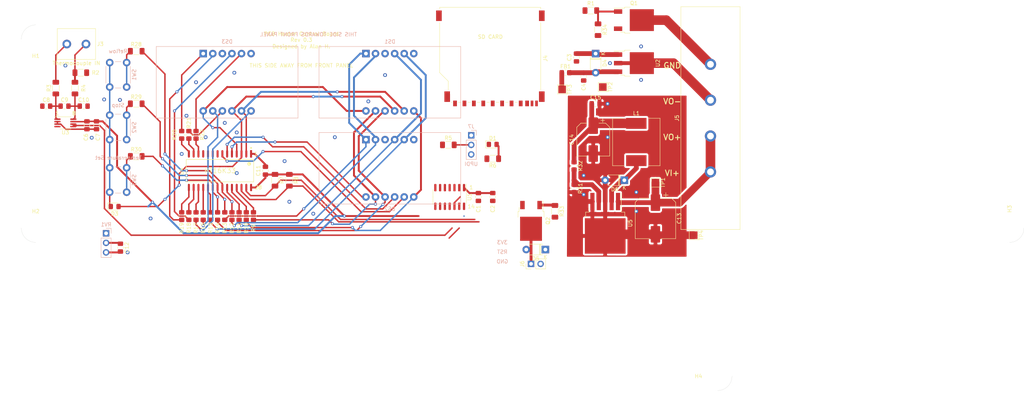
<source format=kicad_pcb>
(kicad_pcb (version 20171130) (host pcbnew "(5.1.10)-1")
  (layers (0 F.Cu signal) (31 B.Cu signal) (34 B.Paste user) (35 F.Paste user) (36 B.SilkS user) (37 F.SilkS user) (38 B.Mask user) (39 F.Mask user) (44 Edge.Cuts user))
  (net 0 "")
  (net 1 GND)
  (net 2 +3V3)
  (net 3 VCC)
  (net 4 "Net-(C4-Pad1)")
  (net 5 "Net-(C8-Pad2)")
  (net 6 "Net-(C10-Pad1)")
  (net 7 /TempCtrl)
  (net 8 "Net-(D1-Pad2)")
  (net 9 /COM1)
  (net 10 /COM2)
  (net 11 "Net-(D3-Pad1)")
  (net 12 /A)
  (net 13 /F)
  (net 14 /COM3)
  (net 15 /B)
  (net 16 /G)
  (net 17 /C)
  (net 18 /D)
  (net 19 /E)
  (net 20 /COM4)
  (net 21 /COM5)
  (net 22 /COM6)
  (net 23 /A2)
  (net 24 /F2)
  (net 25 /B2)
  (net 26 /G2)
  (net 27 /C2)
  (net 28 /D2)
  (net 29 /E2)
  (net 30 "Net-(J3-Pad2)")
  (net 31 "Net-(J3-Pad1)")
  (net 32 /SDDet)
  (net 33 /MISO)
  (net 34 /SCK)
  (net 35 /MOSI)
  (net 36 /SS)
  (net 37 "Net-(J7-Pad2)")
  (net 38 /A2Add)
  (net 39 /A1Add)
  (net 40 /A0Add)
  (net 41 "Net-(Q1-Pad1)")
  (net 42 /Gate)
  (net 43 /RESET)
  (net 44 /SDA)
  (net 45 /SCL)
  (net 46 /K1)
  (net 47 /K2)
  (net 48 /K3)
  (net 49 /K4)
  (net 50 /K5)
  (net 51 /K6)
  (net 52 /K7)
  (net 53 /K8)
  (net 54 /K9)
  (net 55 /K10)
  (net 56 /K11)
  (net 57 "Net-(R28-Pad1)")
  (net 58 "Net-(R29-Pad1)")
  (net 59 "Net-(R30-Pad1)")
  (net 60 /TOUT)
  (net 61 /H-)
  (net 62 "Net-(Q2-Pad1)")
  (net 63 /FanPWM)
  (net 64 "Net-(D5-Pad2)")
  (net 65 +5V)
  (net 66 "Net-(D6-Pad1)")
  (net 67 "Net-(R31-Pad1)")
  (module MountingHole:MountingHole_3.2mm_M3 (layer F.Cu) (at 53.34 49.53)
    (fp_text reference H1 (at 0 4.445) (layer F.SilkS))
    (fp_text value MountingHole_3.2mm_M3)
    (pad 1 np_thru_hole circle (at 0 0) (size 3.2 3.2) (drill 3.2) (layers *.Cu *.Mask))
  )
  (module MountingHole:MountingHole_3.2mm_M3 (layer F.Cu) (at 53.34 99.695)
    (fp_text reference H2 (at 0 -4.445) (layer F.SilkS))
    (fp_text value MountingHole_3.2mm_M3)
    (pad 1 np_thru_hole circle (at 0 0) (size 3.2 3.2) (drill 3.2) (layers *.Cu *.Mask))
  )
  (module MountingHole:MountingHole_3.2mm_M3 (layer F.Cu) (at 234.315 139.065)
    (fp_text reference H4 (at -5.08 0) (layer F.SilkS))
    (fp_text value MountingHole_3.2mm_M3)
    (pad 1 np_thru_hole circle (at 0 0) (size 3.2 3.2) (drill 3.2) (layers *.Cu *.Mask))
  )
  (module MountingHole:MountingHole_3.2mm_M3 (layer F.Cu) (at 311.785 99.695 270)
    (fp_text reference H3 (at -5.08 0 90) (layer F.SilkS))
    (fp_text value MountingHole_3.2mm_M3)
    (pad 1 np_thru_hole circle (at 0 0 270) (size 3.2 3.2) (drill 3.2) (layers *.Cu *.Mask))
  )
  (module Package_TO_SOT_SMD:TO-263-5_TabPin3 (layer F.Cu) (at 204.47 98.425 270)
    (fp_text reference U5 (at 0 -6.65 90) (layer F.SilkS))
    (fp_text value LM2575HVS-ADJ)
    (pad 3 smd rect (at 3.375 0 270) (size 9.4 10.8) (layers F.Cu F.Mask) (net 1 GND))
    (pad 5 smd rect (at -5.775 3.4 270) (size 4.6 1.1) (layers F.Cu F.Paste F.Mask) (net 1 GND))
    (pad 4 smd rect (at -5.775 1.7 270) (size 4.6 1.1) (layers F.Cu F.Paste F.Mask) (net 67 "Net-(R31-Pad1)"))
    (pad 3 smd rect (at -5.775 0 270) (size 4.6 1.1) (layers F.Cu F.Paste F.Mask) (net 1 GND))
    (pad 2 smd rect (at -5.775 -1.7 270) (size 4.6 1.1) (layers F.Cu F.Paste F.Mask) (net 66 "Net-(D6-Pad1)"))
    (pad 1 smd rect (at -5.775 -3.4 270) (size 4.6 1.1) (layers F.Cu F.Paste F.Mask) (net 3 VCC))
  )
  (module Resistor_SMD:R_0805_2012Metric_Pad1.20x1.40mm_HandSolder (layer F.Cu) (at 196.215 83.185 270)
    (fp_text reference R32 (at 0 -1.65 90) (layer F.SilkS))
    (fp_text value 3.1K)
    (pad 2 smd roundrect (at 1 0 270) (size 1.2 1.4) (layers F.Cu F.Paste F.Mask) (roundrect_rratio 0.208333) (net 67 "Net-(R31-Pad1)"))
    (pad 1 smd roundrect (at -1 0 270) (size 1.2 1.4) (layers F.Cu F.Paste F.Mask) (roundrect_rratio 0.208333) (net 65 +5V))
  )
  (module Resistor_SMD:R_0805_2012Metric_Pad1.20x1.40mm_HandSolder (layer F.Cu) (at 196.215 89.17 270)
    (fp_text reference R31 (at 0 -1.65 90) (layer F.SilkS))
    (fp_text value 1K)
    (pad 2 smd roundrect (at 1 0 270) (size 1.2 1.4) (layers F.Cu F.Paste F.Mask) (roundrect_rratio 0.208333) (net 1 GND))
    (pad 1 smd roundrect (at -1 0 270) (size 1.2 1.4) (layers F.Cu F.Paste F.Mask) (roundrect_rratio 0.208333) (net 67 "Net-(R31-Pad1)"))
  )
  (module Inductor_SMD:L_12x12mm_H8mm (layer F.Cu) (at 212.725 76.835 90)
    (fp_text reference L1 (at 7.62 0 180) (layer F.SilkS))
    (fp_text value 470uH)
    (pad 2 smd rect (at 4.95 0 90) (size 2.9 5.4) (layers F.Cu F.Paste F.Mask) (net 65 +5V))
    (pad 1 smd rect (at -4.95 0 90) (size 2.9 5.4) (layers F.Cu F.Paste F.Mask) (net 66 "Net-(D6-Pad1)"))
  )
  (module Diode_THT:D_T-1_P5.08mm_Horizontal (layer F.Cu) (at 209.55 86.995 180)
    (fp_text reference D6 (at 2.54 -2.42) (layer F.SilkS))
    (fp_text value 1N5818)
    (fp_text user K (at 0 -2) (layer F.SilkS))
    (pad 2 thru_hole oval (at 5.08 0 180) (size 2 2) (drill 1) (layers *.Cu *.Mask) (net 1 GND))
    (pad 1 thru_hole rect (at 0 0 180) (size 2 2) (drill 1) (layers *.Cu *.Mask) (net 66 "Net-(D6-Pad1)"))
  )
  (module Capacitor_SMD:C_0805_2012Metric_Pad1.18x1.45mm_HandSolder (layer F.Cu) (at 201.93 66.675)
    (fp_text reference C15 (at 0 -1.68) (layer F.SilkS))
    (fp_text value 22uF)
    (pad 2 smd roundrect (at 1.0375 0) (size 1.175 1.45) (layers F.Cu F.Paste F.Mask) (roundrect_rratio 0.212766) (net 1 GND))
    (pad 1 smd roundrect (at -1.0375 0) (size 1.175 1.45) (layers F.Cu F.Paste F.Mask) (roundrect_rratio 0.212766) (net 65 +5V))
  )
  (module Capacitor_SMD:CP_Elec_8x10.5 (layer F.Cu) (at 201.295 76.2 270)
    (fp_text reference C14 (at 0 5.715 90) (layer F.SilkS))
    (fp_text value 470uF)
    (pad 2 smd roundrect (at 3.7 0 270) (size 4.4 2.5) (layers F.Cu F.Paste F.Mask) (roundrect_rratio 0.1) (net 1 GND))
    (pad 1 smd roundrect (at -3.7 0 270) (size 4.4 2.5) (layers F.Cu F.Paste F.Mask) (roundrect_rratio 0.1) (net 65 +5V))
  )
  (module Capacitor_SMD:CP_Elec_10x10.5 (layer F.Cu) (at 217.805 97.155 270)
    (fp_text reference C13 (at 0 -6.3 90) (layer F.SilkS))
    (fp_text value 100uF)
    (pad 2 smd roundrect (at 4.2 0 270) (size 4.4 2.5) (layers F.Cu F.Paste F.Mask) (roundrect_rratio 0.1) (net 1 GND))
    (pad 1 smd roundrect (at -4.2 0 270) (size 4.4 2.5) (layers F.Cu F.Paste F.Mask) (roundrect_rratio 0.1) (net 3 VCC))
  )
  (module Diode_THT:D_T-1_P5.08mm_Horizontal (layer F.Cu) (at 188.595 105.41 180)
    (fp_text reference D5 (at 2.54 -2.42) (layer F.SilkS))
    (fp_text value 1N4001)
    (fp_text user K (at 0 -2) (layer F.SilkS))
    (pad 2 thru_hole oval (at 5.08 0 180) (size 2 2) (drill 1) (layers *.Cu *.Mask) (net 64 "Net-(D5-Pad2)"))
    (pad 1 thru_hole rect (at 0 0 180) (size 2 2) (drill 1) (layers *.Cu *.Mask) (net 65 +5V))
  )
  (module Resistor_SMD:R_1206_3216Metric_Pad1.30x1.75mm_HandSolder (layer F.Cu) (at 202.565 46.99 270)
    (fp_text reference R34 (at 0 -1.82 90) (layer F.SilkS))
    (fp_text value 10K)
    (pad 2 smd roundrect (at 1.55 0 270) (size 1.3 1.75) (layers F.Cu F.Paste F.Mask) (roundrect_rratio 0.192308) (net 1 GND))
    (pad 1 smd roundrect (at -1.55 0 270) (size 1.3 1.75) (layers F.Cu F.Paste F.Mask) (roundrect_rratio 0.192308) (net 41 "Net-(Q1-Pad1)"))
  )
  (module TestPoint:TestPoint_Pad_2.0x2.0mm (layer F.Cu) (at 227.965 101.6 270)
    (fp_text reference TP4 (at 0 -1.998 90) (layer F.SilkS))
    (fp_text value GND)
    (pad 1 smd rect (at 0 0 270) (size 2 2) (layers F.Cu F.Mask) (net 1 GND))
  )
  (module TestPoint:TestPoint_Pad_2.0x2.0mm (layer F.Cu) (at 193.04 62.865 270)
    (fp_text reference TP3 (at 0 -1.998 90) (layer F.SilkS))
    (fp_text value 3.3V)
    (pad 1 smd rect (at 0 0 270) (size 2 2) (layers F.Cu F.Mask) (net 2 +3V3))
  )
  (module TestPoint:TestPoint_Pad_2.0x2.0mm (layer F.Cu) (at 203.835 62.23 270)
    (fp_text reference TP2 (at 0 -1.998 90) (layer F.SilkS))
    (fp_text value 5V)
    (pad 1 smd rect (at 0 0 270) (size 2 2) (layers F.Cu F.Mask) (net 65 +5V))
  )
  (module TestPoint:TestPoint_Pad_2.0x2.0mm (layer F.Cu) (at 217.805 87.63 270)
    (fp_text reference TP1 (at 0 -1.998 90) (layer F.SilkS))
    (fp_text value VIN)
    (pad 1 smd rect (at 0 0 270) (size 2 2) (layers F.Cu F.Mask) (net 3 VCC))
  )
  (module Resistor_SMD:R_1206_3216Metric_Pad1.30x1.75mm_HandSolder (layer F.Cu) (at 191.135 95.25 270)
    (fp_text reference R33 (at 0 -1.82 90) (layer F.SilkS))
    (fp_text value 100R)
    (pad 2 smd roundrect (at 1.55 0 270) (size 1.3 1.75) (layers F.Cu F.Paste F.Mask) (roundrect_rratio 0.192308) (net 63 /FanPWM))
    (pad 1 smd roundrect (at -1.55 0 270) (size 1.3 1.75) (layers F.Cu F.Paste F.Mask) (roundrect_rratio 0.192308) (net 62 "Net-(Q2-Pad1)"))
  )
  (module Package_TO_SOT_SMD:TO-252-2 (layer F.Cu) (at 184.785 97.79 270)
    (fp_text reference Q2 (at 0 -4.5 90) (layer F.SilkS))
    (fp_text value IPD50N06S4L08)
    (pad 2 smd rect (at 2.1 0 270) (size 6.4 5.8) (layers F.Cu F.Mask) (net 64 "Net-(D5-Pad2)"))
    (pad 3 smd rect (at -4.2 2.28 270) (size 2.2 1.2) (layers F.Cu F.Paste F.Mask) (net 1 GND))
    (pad 1 smd rect (at -4.2 -2.28 270) (size 2.2 1.2) (layers F.Cu F.Paste F.Mask) (net 62 "Net-(Q2-Pad1)"))
  )
  (module Connector_PinHeader_2.54mm:PinHeader_1x02_P2.54mm_Vertical (layer F.Cu) (at 184.785 109.22 90)
    (fp_text reference J6 (at 0 -2.33 90) (layer F.SilkS))
    (fp_text value FAN)
    (pad 2 thru_hole oval (at 0 2.54 90) (size 1.7 1.7) (drill 1) (layers *.Cu *.Mask) (net 65 +5V))
    (pad 1 thru_hole rect (at 0 0 90) (size 1.7 1.7) (drill 1) (layers *.Cu *.Mask) (net 64 "Net-(D5-Pad2)"))
  )
  (module Package_SO:SOIC-14_3.9x8.7mm_P1.27mm (layer F.Cu) (at 163.195 91.44 270)
    (fp_text reference U1 (at 0 -5.28 90) (layer F.SilkS))
    (fp_text value ATtiny1614-SS)
    (pad 14 smd roundrect (at 2.475 -3.81 270) (size 1.95 0.6) (layers F.Cu F.Paste F.Mask) (net 1 GND))
    (pad 13 smd roundrect (at 2.475 -2.54 270) (size 1.95 0.6) (layers F.Cu F.Paste F.Mask) (net 34 /SCK))
    (pad 12 smd roundrect (at 2.475 -1.27 270) (size 1.95 0.6) (layers F.Cu F.Paste F.Mask) (net 33 /MISO))
    (pad 11 smd roundrect (at 2.475 0 270) (size 1.95 0.6) (layers F.Cu F.Paste F.Mask) (net 35 /MOSI))
    (pad 10 smd roundrect (at 2.475 1.27 270) (size 1.95 0.6) (layers F.Cu F.Paste F.Mask) (net 43 /RESET))
    (pad 9 smd roundrect (at 2.475 2.54 270) (size 1.95 0.6) (layers F.Cu F.Paste F.Mask) (net 45 /SCL))
    (pad 8 smd roundrect (at 2.475 3.81 270) (size 1.95 0.6) (layers F.Cu F.Paste F.Mask) (net 44 /SDA))
    (pad 7 smd roundrect (at -2.475 3.81 270) (size 1.95 0.6) (layers F.Cu F.Paste F.Mask) (net 42 /Gate))
    (pad 6 smd roundrect (at -2.475 2.54 270) (size 1.95 0.6) (layers F.Cu F.Paste F.Mask) (net 63 /FanPWM))
    (pad 5 smd roundrect (at -2.475 1.27 270) (size 1.95 0.6) (layers F.Cu F.Paste F.Mask) (net 60 /TOUT))
    (pad 4 smd roundrect (at -2.475 0 270) (size 1.95 0.6) (layers F.Cu F.Paste F.Mask) (net 7 /TempCtrl))
    (pad 3 smd roundrect (at -2.475 -1.27 270) (size 1.95 0.6) (layers F.Cu F.Paste F.Mask) (net 32 /SDDet))
    (pad 2 smd roundrect (at -2.475 -2.54 270) (size 1.95 0.6) (layers F.Cu F.Paste F.Mask) (net 36 /SS))
    (pad 1 smd roundrect (at -2.475 -3.81 270) (size 1.95 0.6) (layers F.Cu F.Paste F.Mask) (net 2 +3V3))
  )
  (module "PCB Heater:BC56-12SRWA" (layer B.Cu) (at 104.14 60.96)
    (fp_text reference DS3 (at 0 -10.795) (layer B.SilkS) (effects (justify mirror)))
    (fp_text value BC56-12SRWA)
    (pad 12 thru_hole circle (at -6.35 7.62) (size 2 2) (drill 1) (layers *.Cu *.Mask) (net 14 /COM3))
    (pad 11 thru_hole circle (at -3.81 7.62) (size 2 2) (drill 1) (layers *.Cu *.Mask) (net 23 /A2))
    (pad 10 thru_hole circle (at -1.27 7.62) (size 2 2) (drill 1) (layers *.Cu *.Mask) (net 24 /F2))
    (pad 9 thru_hole circle (at 1.27 7.62) (size 2 2) (drill 1) (layers *.Cu *.Mask) (net 10 /COM2))
    (pad 8 thru_hole circle (at 3.81 7.62) (size 2 2) (drill 1) (layers *.Cu *.Mask) (net 9 /COM1))
    (pad 7 thru_hole circle (at 6.35 7.62) (size 2 2) (drill 1) (layers *.Cu *.Mask) (net 25 /B2))
    (pad 6 thru_hole circle (at 6.35 -7.62) (size 2 2) (drill 1) (layers *.Cu *.Mask))
    (pad 5 thru_hole circle (at 3.81 -7.62) (size 2 2) (drill 1) (layers *.Cu *.Mask) (net 26 /G2))
    (pad 4 thru_hole circle (at 1.27 -7.62) (size 2 2) (drill 1) (layers *.Cu *.Mask) (net 27 /C2))
    (pad 3 thru_hole circle (at -1.27 -7.62) (size 2 2) (drill 1) (layers *.Cu *.Mask))
    (pad 2 thru_hole circle (at -3.81 -7.62) (size 2 2) (drill 1) (layers *.Cu *.Mask) (net 28 /D2))
    (pad 1 thru_hole rect (at -6.35 -7.62) (size 2 2) (drill 1) (layers *.Cu *.Mask) (net 29 /E2))
  )
  (module Package_TO_SOT_SMD:TO-252-2 (layer F.Cu) (at 212.09 44.45)
    (fp_text reference Q1 (at 0 -4.5) (layer F.SilkS))
    (fp_text value IPD50N06S4L08)
    (pad 2 smd rect (at 2.1 0) (size 6.4 5.8) (layers F.Cu F.Mask) (net 61 /H-))
    (pad 3 smd rect (at -4.2 2.28) (size 2.2 1.2) (layers F.Cu F.Paste F.Mask) (net 1 GND))
    (pad 1 smd rect (at -4.2 -2.28) (size 2.2 1.2) (layers F.Cu F.Paste F.Mask) (net 41 "Net-(Q1-Pad1)"))
  )
  (module Diode_SMD:D_0805_2012Metric_Pad1.15x1.40mm_HandSolder (layer F.Cu) (at 74.295 93.98)
    (fp_text reference D3 (at 0 1.905) (layer F.SilkS))
    (fp_text value 1N4148)
    (pad 2 smd roundrect (at 1.025 0) (size 1.15 1.4) (layers F.Cu F.Paste F.Mask) (roundrect_rratio 0.2173904347826087) (net 10 /COM2))
    (pad 1 smd roundrect (at -1.025 0) (size 1.15 1.4) (layers F.Cu F.Paste F.Mask) (roundrect_rratio 0.2173904347826087) (net 11 "Net-(D3-Pad1)"))
  )
  (module Resistor_SMD:R_0805_2012Metric_Pad1.20x1.40mm_HandSolder (layer F.Cu) (at 95.885 74.93 270)
    (fp_text reference R22 (at 0 -1.65 270) (layer F.SilkS))
    (fp_text value 500R)
    (pad 2 smd roundrect (at 1 0 270) (size 1.2 1.4) (layers F.Cu F.Paste F.Mask) (roundrect_rratio 0.2083325) (net 56 /K11))
    (pad 1 smd roundrect (at -1 0 270) (size 1.2 1.4) (layers F.Cu F.Paste F.Mask) (roundrect_rratio 0.2083325) (net 26 /G2))
  )
  (module Resistor_SMD:R_0805_2012Metric_Pad1.20x1.40mm_HandSolder (layer F.Cu) (at 93.98 74.93 270)
    (fp_text reference R21 (at -3.175 0 270) (layer F.SilkS))
    (fp_text value 500R)
    (pad 2 smd roundrect (at 1 0 270) (size 1.2 1.4) (layers F.Cu F.Paste F.Mask) (roundrect_rratio 0.2083325) (net 55 /K10))
    (pad 1 smd roundrect (at -1 0 270) (size 1.2 1.4) (layers F.Cu F.Paste F.Mask) (roundrect_rratio 0.2083325) (net 24 /F2))
  )
  (module Resistor_SMD:R_0805_2012Metric_Pad1.20x1.40mm_HandSolder (layer F.Cu) (at 92.075 74.93 270)
    (fp_text reference R20 (at 0 1.905 270) (layer F.SilkS))
    (fp_text value 500R)
    (pad 2 smd roundrect (at 1 0 270) (size 1.2 1.4) (layers F.Cu F.Paste F.Mask) (roundrect_rratio 0.2083325) (net 54 /K9))
    (pad 1 smd roundrect (at -1 0 270) (size 1.2 1.4) (layers F.Cu F.Paste F.Mask) (roundrect_rratio 0.2083325) (net 29 /E2))
  )
  (module Resistor_SMD:R_0805_2012Metric_Pad1.20x1.40mm_HandSolder (layer F.Cu) (at 92.075 96.52 90)
    (fp_text reference R19 (at -3.175 0 270) (layer F.SilkS))
    (fp_text value 500R)
    (pad 2 smd roundrect (at 1 0 90) (size 1.2 1.4) (layers F.Cu F.Paste F.Mask) (roundrect_rratio 0.2083325) (net 53 /K8))
    (pad 1 smd roundrect (at -1 0 90) (size 1.2 1.4) (layers F.Cu F.Paste F.Mask) (roundrect_rratio 0.2083325) (net 28 /D2))
  )
  (module Resistor_SMD:R_0805_2012Metric_Pad1.20x1.40mm_HandSolder (layer F.Cu) (at 93.98 96.52 90)
    (fp_text reference R18 (at -3.175 0 270) (layer F.SilkS))
    (fp_text value 500R)
    (pad 2 smd roundrect (at 1 0 90) (size 1.2 1.4) (layers F.Cu F.Paste F.Mask) (roundrect_rratio 0.2083325) (net 52 /K7))
    (pad 1 smd roundrect (at -1 0 90) (size 1.2 1.4) (layers F.Cu F.Paste F.Mask) (roundrect_rratio 0.2083325) (net 27 /C2))
  )
  (module Resistor_SMD:R_0805_2012Metric_Pad1.20x1.40mm_HandSolder (layer F.Cu) (at 95.885 96.52 90)
    (fp_text reference R17 (at -3.175 0 270) (layer F.SilkS))
    (fp_text value 500R)
    (pad 2 smd roundrect (at 1 0 90) (size 1.2 1.4) (layers F.Cu F.Paste F.Mask) (roundrect_rratio 0.2083325) (net 51 /K6))
    (pad 1 smd roundrect (at -1 0 90) (size 1.2 1.4) (layers F.Cu F.Paste F.Mask) (roundrect_rratio 0.2083325) (net 25 /B2))
  )
  (module Resistor_SMD:R_0805_2012Metric_Pad1.20x1.40mm_HandSolder (layer F.Cu) (at 97.79 96.52 90)
    (fp_text reference R16 (at -3.175 0 270) (layer F.SilkS))
    (fp_text value 500R)
    (pad 2 smd roundrect (at 1 0 90) (size 1.2 1.4) (layers F.Cu F.Paste F.Mask) (roundrect_rratio 0.2083325) (net 50 /K5))
    (pad 1 smd roundrect (at -1 0 90) (size 1.2 1.4) (layers F.Cu F.Paste F.Mask) (roundrect_rratio 0.2083325) (net 23 /A2))
  )
  (module Resistor_SMD:R_0805_2012Metric_Pad1.20x1.40mm_HandSolder (layer F.Cu) (at 99.695 96.52 90)
    (fp_text reference R15 (at -3.175 0 270) (layer F.SilkS))
    (fp_text value 500R)
    (pad 2 smd roundrect (at 1 0 90) (size 1.2 1.4) (layers F.Cu F.Paste F.Mask) (roundrect_rratio 0.2083325) (net 49 /K4))
    (pad 1 smd roundrect (at -1 0 90) (size 1.2 1.4) (layers F.Cu F.Paste F.Mask) (roundrect_rratio 0.2083325) (net 16 /G))
  )
  (module Resistor_SMD:R_0805_2012Metric_Pad1.20x1.40mm_HandSolder (layer F.Cu) (at 101.6 96.52 90)
    (fp_text reference R14 (at -3.175 0 270) (layer F.SilkS))
    (fp_text value 500R)
    (pad 2 smd roundrect (at 1 0 90) (size 1.2 1.4) (layers F.Cu F.Paste F.Mask) (roundrect_rratio 0.2083325) (net 48 /K3))
    (pad 1 smd roundrect (at -1 0 90) (size 1.2 1.4) (layers F.Cu F.Paste F.Mask) (roundrect_rratio 0.2083325) (net 13 /F))
  )
  (module Resistor_SMD:R_0805_2012Metric_Pad1.20x1.40mm_HandSolder (layer F.Cu) (at 103.505 96.52 90)
    (fp_text reference R13 (at -3.175 0 270) (layer F.SilkS))
    (fp_text value 500R)
    (pad 2 smd roundrect (at 1 0 90) (size 1.2 1.4) (layers F.Cu F.Paste F.Mask) (roundrect_rratio 0.2083325) (net 47 /K2))
    (pad 1 smd roundrect (at -1 0 90) (size 1.2 1.4) (layers F.Cu F.Paste F.Mask) (roundrect_rratio 0.2083325) (net 19 /E))
  )
  (module Resistor_SMD:R_0805_2012Metric_Pad1.20x1.40mm_HandSolder (layer F.Cu) (at 105.41 96.52 90)
    (fp_text reference R12 (at -3.175 0 270) (layer F.SilkS))
    (fp_text value 500R)
    (pad 2 smd roundrect (at 1 0 90) (size 1.2 1.4) (layers F.Cu F.Paste F.Mask) (roundrect_rratio 0.2083325) (net 46 /K1))
    (pad 1 smd roundrect (at -1 0 90) (size 1.2 1.4) (layers F.Cu F.Paste F.Mask) (roundrect_rratio 0.2083325) (net 18 /D))
  )
  (module Resistor_SMD:R_0805_2012Metric_Pad1.20x1.40mm_HandSolder (layer F.Cu) (at 107.315 96.52 90)
    (fp_text reference R11 (at -3.175 0 270) (layer F.SilkS))
    (fp_text value 500R)
    (pad 2 smd roundrect (at 1 0 90) (size 1.2 1.4) (layers F.Cu F.Paste F.Mask) (roundrect_rratio 0.2083325) (net 40 /A0Add))
    (pad 1 smd roundrect (at -1 0 90) (size 1.2 1.4) (layers F.Cu F.Paste F.Mask) (roundrect_rratio 0.2083325) (net 17 /C))
  )
  (module Resistor_SMD:R_0805_2012Metric_Pad1.20x1.40mm_HandSolder (layer F.Cu) (at 109.22 96.52 90)
    (fp_text reference R10 (at -3.175 0 270) (layer F.SilkS))
    (fp_text value 500R)
    (pad 2 smd roundrect (at 1 0 90) (size 1.2 1.4) (layers F.Cu F.Paste F.Mask) (roundrect_rratio 0.2083325) (net 39 /A1Add))
    (pad 1 smd roundrect (at -1 0 90) (size 1.2 1.4) (layers F.Cu F.Paste F.Mask) (roundrect_rratio 0.2083325) (net 15 /B))
  )
  (module Resistor_SMD:R_0805_2012Metric_Pad1.20x1.40mm_HandSolder (layer F.Cu) (at 111.125 96.52 90)
    (fp_text reference R9 (at -3.175 0 270) (layer F.SilkS))
    (fp_text value 500R)
    (pad 2 smd roundrect (at 1 0 90) (size 1.2 1.4) (layers F.Cu F.Paste F.Mask) (roundrect_rratio 0.2083325) (net 38 /A2Add))
    (pad 1 smd roundrect (at -1 0 90) (size 1.2 1.4) (layers F.Cu F.Paste F.Mask) (roundrect_rratio 0.2083325) (net 12 /A))
  )
  (module "PCB Heater:Holtek-HT16K33-SOP28-0" (layer F.Cu) (at 102.235 84.455 270)
    (fp_text reference U4 (at 1.27 10.16 270) (layer F.SilkS) (effects (justify left)))
    (fp_text value HT16K33 (at 0 0) (layer F.SilkS) (effects (font (size 1.27 1.27))))
    (pad 28 smd roundrect (at 4.470493 -8.255 270) (size 2.002791 0.541585) (layers F.Cu F.Paste F.Mask) (roundrect_rratio 0.499997230351653) (net 2 +3V3))
    (pad 27 smd roundrect (at 4.470493 -6.985 270) (size 2.002791 0.541585) (layers F.Cu F.Paste F.Mask) (roundrect_rratio 0.499997230351653) (net 44 /SDA))
    (pad 26 smd roundrect (at 4.470493 -5.715 270) (size 2.002791 0.541585) (layers F.Cu F.Paste F.Mask) (roundrect_rratio 0.499997230351653) (net 45 /SCL))
    (pad 25 smd roundrect (at 4.470493 -4.445 270) (size 2.002791 0.541585) (layers F.Cu F.Paste F.Mask) (roundrect_rratio 0.499997230351653) (net 38 /A2Add))
    (pad 24 smd roundrect (at 4.470493 -3.175 270) (size 2.002791 0.541585) (layers F.Cu F.Paste F.Mask) (roundrect_rratio 0.499997230351653) (net 39 /A1Add))
    (pad 23 smd roundrect (at 4.470493 -1.905 270) (size 2.002791 0.541585) (layers F.Cu F.Paste F.Mask) (roundrect_rratio 0.499997230351653) (net 40 /A0Add))
    (pad 22 smd roundrect (at 4.470493 -0.635 270) (size 2.002791 0.541585) (layers F.Cu F.Paste F.Mask) (roundrect_rratio 0.499997230351653) (net 46 /K1))
    (pad 21 smd roundrect (at 4.470493 0.635001 270) (size 2.002791 0.541585) (layers F.Cu F.Paste F.Mask) (roundrect_rratio 0.499997230351653) (net 47 /K2))
    (pad 20 smd roundrect (at 4.470493 1.905001 270) (size 2.002791 0.541585) (layers F.Cu F.Paste F.Mask) (roundrect_rratio 0.499997230351653) (net 48 /K3))
    (pad 19 smd roundrect (at 4.470493 3.175001 270) (size 2.002791 0.541585) (layers F.Cu F.Paste F.Mask) (roundrect_rratio 0.499997230351653) (net 49 /K4))
    (pad 18 smd roundrect (at 4.470493 4.445001 270) (size 2.002791 0.541585) (layers F.Cu F.Paste F.Mask) (roundrect_rratio 0.499997230351653) (net 50 /K5))
    (pad 17 smd roundrect (at 4.470493 5.715001 270) (size 2.002791 0.541585) (layers F.Cu F.Paste F.Mask) (roundrect_rratio 0.499997230351653) (net 51 /K6))
    (pad 16 smd roundrect (at 4.470493 6.985001 270) (size 2.002791 0.541585) (layers F.Cu F.Paste F.Mask) (roundrect_rratio 0.499997230351653) (net 52 /K7))
    (pad 15 smd roundrect (at 4.470493 8.255 270) (size 2.002791 0.541585) (layers F.Cu F.Paste F.Mask) (roundrect_rratio 0.499997230351653) (net 53 /K8))
    (pad 14 smd roundrect (at -4.470492 8.255 270) (size 2.002791 0.541585) (layers F.Cu F.Paste F.Mask) (roundrect_rratio 0.499997230351653) (net 54 /K9))
    (pad 13 smd roundrect (at -4.470492 6.985001 270) (size 2.002791 0.541585) (layers F.Cu F.Paste F.Mask) (roundrect_rratio 0.499997230351653) (net 55 /K10))
    (pad 12 smd roundrect (at -4.470492 5.715001 270) (size 2.002791 0.541585) (layers F.Cu F.Paste F.Mask) (roundrect_rratio 0.499997230351653) (net 56 /K11))
    (pad 11 smd roundrect (at -4.470492 4.445001 270) (size 2.002791 0.541585) (layers F.Cu F.Paste F.Mask) (roundrect_rratio 0.499997230351653))
    (pad 10 smd roundrect (at -4.470492 3.175001 270) (size 2.002791 0.541585) (layers F.Cu F.Paste F.Mask) (roundrect_rratio 0.499997230351653))
    (pad 9 smd roundrect (at -4.470492 1.905001 270) (size 2.002791 0.541585) (layers F.Cu F.Paste F.Mask) (roundrect_rratio 0.499997230351653))
    (pad 8 smd roundrect (at -4.470492 0.635001 270) (size 2.002791 0.541585) (layers F.Cu F.Paste F.Mask) (roundrect_rratio 0.499997230351653))
    (pad 7 smd roundrect (at -4.470492 -0.635 270) (size 2.002791 0.541585) (layers F.Cu F.Paste F.Mask) (roundrect_rratio 0.499997230351653) (net 22 /COM6))
    (pad 6 smd roundrect (at -4.470492 -1.905 270) (size 2.002791 0.541585) (layers F.Cu F.Paste F.Mask) (roundrect_rratio 0.499997230351653) (net 21 /COM5))
    (pad 5 smd roundrect (at -4.470492 -3.175 270) (size 2.002791 0.541585) (layers F.Cu F.Paste F.Mask) (roundrect_rratio 0.499997230351653) (net 20 /COM4))
    (pad 4 smd roundrect (at -4.470492 -4.445 270) (size 2.002791 0.541585) (layers F.Cu F.Paste F.Mask) (roundrect_rratio 0.499997230351653) (net 14 /COM3))
    (pad 3 smd roundrect (at -4.470492 -5.715 270) (size 2.002791 0.541585) (layers F.Cu F.Paste F.Mask) (roundrect_rratio 0.499997230351653) (net 10 /COM2))
    (pad 2 smd roundrect (at -4.470492 -6.985 270) (size 2.002791 0.541585) (layers F.Cu F.Paste F.Mask) (roundrect_rratio 0.499997230351653) (net 9 /COM1))
    (pad 1 smd rect (at -4.470492 -8.255 270) (size 2.002791 0.541585) (layers F.Cu F.Paste F.Mask) (net 1 GND))
  )
  (module Package_SO:MSOP-8_3x3mm_P0.65mm (layer F.Cu) (at 61.214 71.755)
    (fp_text reference U3 (at 0 2.54) (layer F.SilkS))
    (fp_text value AD8497)
    (pad 8 smd roundrect (at 2.1125 -0.975) (size 1.625 0.4) (layers F.Cu F.Paste F.Mask) (net 6 "Net-(C10-Pad1)"))
    (pad 7 smd roundrect (at 2.1125 -0.325) (size 1.625 0.4) (layers F.Cu F.Paste F.Mask) (net 2 +3V3))
    (pad 6 smd roundrect (at 2.1125 0.325) (size 1.625 0.4) (layers F.Cu F.Paste F.Mask) (net 60 /TOUT))
    (pad 5 smd roundrect (at 2.1125 0.975) (size 1.625 0.4) (layers F.Cu F.Paste F.Mask) (net 60 /TOUT))
    (pad 4 smd roundrect (at -2.1125 0.975) (size 1.625 0.4) (layers F.Cu F.Paste F.Mask))
    (pad 3 smd roundrect (at -2.1125 0.325) (size 1.625 0.4) (layers F.Cu F.Paste F.Mask) (net 1 GND))
    (pad 2 smd roundrect (at -2.1125 -0.325) (size 1.625 0.4) (layers F.Cu F.Paste F.Mask) (net 1 GND))
    (pad 1 smd roundrect (at -2.1125 -0.975) (size 1.625 0.4) (layers F.Cu F.Paste F.Mask) (net 5 "Net-(C8-Pad2)"))
  )
  (module Package_TO_SOT_SMD:TO-252-3_TabPin2 (layer F.Cu) (at 212.09 55.88)
    (fp_text reference U2 (at 6.35 0 270) (layer F.SilkS))
    (fp_text value LD1086DT33)
    (pad 2 smd rect (at 2.1 0) (size 6.4 5.8) (layers F.Cu F.Mask) (net 1 GND))
    (pad 3 smd rect (at -4.2 2.28) (size 2.2 1.2) (layers F.Cu F.Paste F.Mask) (net 4 "Net-(C4-Pad1)"))
    (pad 2 smd rect (at -4.2 0) (size 2.2 1.2) (layers F.Cu F.Paste F.Mask) (net 1 GND))
    (pad 1 smd rect (at -4.2 -2.28) (size 2.2 1.2) (layers F.Cu F.Paste F.Mask) (net 65 +5V))
  )
  (module Button_Switch_THT:SW_PUSH_6mm_H7.3mm (layer B.Cu) (at 77.47 90.17 90)
    (fp_text reference SW3 (at 3.25 2 90) (layer B.SilkS) (effects (justify mirror)))
    (fp_text value "Set temp mode")
    (pad 1 thru_hole circle (at 6.5 0) (size 2 2) (drill 1.1) (layers *.Cu *.Mask) (net 59 "Net-(R30-Pad1)"))
    (pad 2 thru_hole circle (at 6.5 -4.5) (size 2 2) (drill 1.1) (layers *.Cu *.Mask) (net 11 "Net-(D3-Pad1)"))
    (pad 1 thru_hole circle (at 0 0) (size 2 2) (drill 1.1) (layers *.Cu *.Mask) (net 59 "Net-(R30-Pad1)"))
    (pad 2 thru_hole circle (at 0 -4.5) (size 2 2) (drill 1.1) (layers *.Cu *.Mask) (net 11 "Net-(D3-Pad1)"))
  )
  (module Button_Switch_THT:SW_PUSH_6mm_H7.3mm (layer B.Cu) (at 77.47 76.2 90)
    (fp_text reference SW2 (at 3.25 2 90) (layer B.SilkS) (effects (justify mirror)))
    (fp_text value Stop)
    (pad 1 thru_hole circle (at 6.5 0) (size 2 2) (drill 1.1) (layers *.Cu *.Mask) (net 58 "Net-(R29-Pad1)"))
    (pad 2 thru_hole circle (at 6.5 -4.5) (size 2 2) (drill 1.1) (layers *.Cu *.Mask) (net 11 "Net-(D3-Pad1)"))
    (pad 1 thru_hole circle (at 0 0) (size 2 2) (drill 1.1) (layers *.Cu *.Mask) (net 58 "Net-(R29-Pad1)"))
    (pad 2 thru_hole circle (at 0 -4.5) (size 2 2) (drill 1.1) (layers *.Cu *.Mask) (net 11 "Net-(D3-Pad1)"))
  )
  (module Button_Switch_THT:SW_PUSH_6mm_H7.3mm (layer B.Cu) (at 77.47 62.23 90)
    (fp_text reference SW1 (at 3.25 2 90) (layer B.SilkS) (effects (justify mirror)))
    (fp_text value Reflow)
    (pad 1 thru_hole circle (at 6.5 0) (size 2 2) (drill 1.1) (layers *.Cu *.Mask) (net 57 "Net-(R28-Pad1)"))
    (pad 2 thru_hole circle (at 6.5 -4.5) (size 2 2) (drill 1.1) (layers *.Cu *.Mask) (net 11 "Net-(D3-Pad1)"))
    (pad 1 thru_hole circle (at 0 0) (size 2 2) (drill 1.1) (layers *.Cu *.Mask) (net 57 "Net-(R28-Pad1)"))
    (pad 2 thru_hole circle (at 0 -4.5) (size 2 2) (drill 1.1) (layers *.Cu *.Mask) (net 11 "Net-(D3-Pad1)"))
  )
  (module Connector_PinHeader_2.54mm:PinHeader_1x03_P2.54mm_Vertical (layer B.Cu) (at 72.009 101.092 180)
    (fp_text reference RV1 (at 0 2.33) (layer B.SilkS) (effects (justify mirror)))
    (fp_text value Tempset)
    (pad 3 thru_hole oval (at 0 -5.08 180) (size 1.7 1.7) (drill 1) (layers *.Cu *.Mask) (net 1 GND))
    (pad 2 thru_hole oval (at 0 -2.54 180) (size 1.7 1.7) (drill 1) (layers *.Cu *.Mask) (net 7 /TempCtrl))
    (pad 1 thru_hole rect (at 0 0 180) (size 1.7 1.7) (drill 1) (layers *.Cu *.Mask) (net 2 +3V3))
  )
  (module Resistor_SMD:R_1206_3216Metric_Pad1.30x1.75mm_HandSolder (layer F.Cu) (at 80.01 80.645)
    (fp_text reference R30 (at 0 -1.82) (layer F.SilkS))
    (fp_text value 39K)
    (pad 2 smd roundrect (at 1.55 0) (size 1.3 1.75) (layers F.Cu F.Paste F.Mask) (roundrect_rratio 0.1923069230769231) (net 48 /K3))
    (pad 1 smd roundrect (at -1.55 0) (size 1.3 1.75) (layers F.Cu F.Paste F.Mask) (roundrect_rratio 0.1923069230769231) (net 59 "Net-(R30-Pad1)"))
  )
  (module Resistor_SMD:R_1206_3216Metric_Pad1.30x1.75mm_HandSolder (layer F.Cu) (at 80.01 66.675)
    (fp_text reference R29 (at 0 -1.82) (layer F.SilkS))
    (fp_text value 39K)
    (pad 2 smd roundrect (at 1.55 0) (size 1.3 1.75) (layers F.Cu F.Paste F.Mask) (roundrect_rratio 0.1923069230769231) (net 47 /K2))
    (pad 1 smd roundrect (at -1.55 0) (size 1.3 1.75) (layers F.Cu F.Paste F.Mask) (roundrect_rratio 0.1923069230769231) (net 58 "Net-(R29-Pad1)"))
  )
  (module Resistor_SMD:R_1206_3216Metric_Pad1.30x1.75mm_HandSolder (layer F.Cu) (at 80.01 52.705)
    (fp_text reference R28 (at 0 -1.82) (layer F.SilkS))
    (fp_text value 39K)
    (pad 2 smd roundrect (at 1.55 0) (size 1.3 1.75) (layers F.Cu F.Paste F.Mask) (roundrect_rratio 0.1923069230769231) (net 46 /K1))
    (pad 1 smd roundrect (at -1.55 0) (size 1.3 1.75) (layers F.Cu F.Paste F.Mask) (roundrect_rratio 0.1923069230769231) (net 57 "Net-(R28-Pad1)"))
  )
  (module Resistor_SMD:R_1206_3216Metric_Pad1.30x1.75mm_HandSolder (layer F.Cu) (at 120.65 86.995 270)
    (fp_text reference R8 (at 0 -1.82 270) (layer F.SilkS))
    (fp_text value 4K7)
    (pad 2 smd roundrect (at 1.55 0 270) (size 1.3 1.75) (layers F.Cu F.Paste F.Mask) (roundrect_rratio 0.1923069230769231) (net 45 /SCL))
    (pad 1 smd roundrect (at -1.55 0 270) (size 1.3 1.75) (layers F.Cu F.Paste F.Mask) (roundrect_rratio 0.1923069230769231) (net 2 +3V3))
  )
  (module Resistor_SMD:R_1206_3216Metric_Pad1.30x1.75mm_HandSolder (layer F.Cu) (at 116.84 86.995 270)
    (fp_text reference R7 (at 0 -1.82 270) (layer F.SilkS))
    (fp_text value 4K7)
    (pad 2 smd roundrect (at 1.55 0 270) (size 1.3 1.75) (layers F.Cu F.Paste F.Mask) (roundrect_rratio 0.1923069230769231) (net 44 /SDA))
    (pad 1 smd roundrect (at -1.55 0 270) (size 1.3 1.75) (layers F.Cu F.Paste F.Mask) (roundrect_rratio 0.1923069230769231) (net 2 +3V3))
  )
  (module Resistor_SMD:R_1206_3216Metric_Pad1.30x1.75mm_HandSolder (layer F.Cu) (at 174.625 81.28 180)
    (fp_text reference R6 (at 0 -1.82) (layer F.SilkS))
    (fp_text value 1K)
    (pad 2 smd roundrect (at 1.55 0 180) (size 1.3 1.75) (layers F.Cu F.Paste F.Mask) (roundrect_rratio 0.1923069230769231) (net 2 +3V3))
    (pad 1 smd roundrect (at -1.55 0 180) (size 1.3 1.75) (layers F.Cu F.Paste F.Mask) (roundrect_rratio 0.1923069230769231) (net 8 "Net-(D1-Pad2)"))
  )
  (module Resistor_SMD:R_1206_3216Metric_Pad1.30x1.75mm_HandSolder (layer F.Cu) (at 162.84 77.597)
    (fp_text reference R5 (at 0 -1.82) (layer F.SilkS))
    (fp_text value 4K7)
    (pad 2 smd roundrect (at 1.55 0) (size 1.3 1.75) (layers F.Cu F.Paste F.Mask) (roundrect_rratio 0.1923069230769231) (net 37 "Net-(J7-Pad2)"))
    (pad 1 smd roundrect (at -1.55 0) (size 1.3 1.75) (layers F.Cu F.Paste F.Mask) (roundrect_rratio 0.1923069230769231) (net 43 /RESET))
  )
  (module Resistor_SMD:R_1206_3216Metric_Pad1.30x1.75mm_HandSolder (layer F.Cu) (at 63.754 62.51 90)
    (fp_text reference R4 (at 0 2.286 90) (layer F.SilkS))
    (fp_text value 100R)
    (pad 2 smd roundrect (at 1.55 0 90) (size 1.3 1.75) (layers F.Cu F.Paste F.Mask) (roundrect_rratio 0.1923069230769231) (net 31 "Net-(J3-Pad1)"))
    (pad 1 smd roundrect (at -1.55 0 90) (size 1.3 1.75) (layers F.Cu F.Paste F.Mask) (roundrect_rratio 0.1923069230769231) (net 6 "Net-(C10-Pad1)"))
  )
  (module Resistor_SMD:R_1206_3216Metric_Pad1.30x1.75mm_HandSolder (layer F.Cu) (at 58.674 62.51 90)
    (fp_text reference R3 (at 0 -1.82 90) (layer F.SilkS))
    (fp_text value 100R)
    (pad 2 smd roundrect (at 1.55 0 90) (size 1.3 1.75) (layers F.Cu F.Paste F.Mask) (roundrect_rratio 0.1923069230769231) (net 30 "Net-(J3-Pad2)"))
    (pad 1 smd roundrect (at -1.55 0 90) (size 1.3 1.75) (layers F.Cu F.Paste F.Mask) (roundrect_rratio 0.1923069230769231) (net 5 "Net-(C8-Pad2)"))
  )
  (module Resistor_SMD:R_1206_3216Metric_Pad1.30x1.75mm_HandSolder (layer F.Cu) (at 65.304 58.42)
    (fp_text reference R2 (at 3.911 0) (layer F.SilkS))
    (fp_text value 1M)
    (pad 2 smd roundrect (at 1.55 0) (size 1.3 1.75) (layers F.Cu F.Paste F.Mask) (roundrect_rratio 0.1923069230769231) (net 1 GND))
    (pad 1 smd roundrect (at -1.55 0) (size 1.3 1.75) (layers F.Cu F.Paste F.Mask) (roundrect_rratio 0.1923069230769231) (net 31 "Net-(J3-Pad1)"))
  )
  (module Resistor_SMD:R_1206_3216Metric_Pad1.30x1.75mm_HandSolder (layer F.Cu) (at 200.66 41.91 180)
    (fp_text reference R1 (at 0 1.905) (layer F.SilkS))
    (fp_text value 100R)
    (pad 2 smd roundrect (at 1.55 0 180) (size 1.3 1.75) (layers F.Cu F.Paste F.Mask) (roundrect_rratio 0.1923069230769231) (net 42 /Gate))
    (pad 1 smd roundrect (at -1.55 0 180) (size 1.3 1.75) (layers F.Cu F.Paste F.Mask) (roundrect_rratio 0.1923069230769231) (net 41 "Net-(Q1-Pad1)"))
  )
  (module Connector_PinHeader_2.54mm:PinHeader_1x03_P2.54mm_Vertical (layer B.Cu) (at 168.91 75.057 180)
    (fp_text reference J7 (at 0 2.33) (layer B.SilkS) (effects (justify mirror)))
    (fp_text value UPDI)
    (pad 3 thru_hole oval (at 0 -5.08 180) (size 1.7 1.7) (drill 1) (layers *.Cu *.Mask) (net 1 GND))
    (pad 2 thru_hole oval (at 0 -2.54 180) (size 1.7 1.7) (drill 1) (layers *.Cu *.Mask) (net 37 "Net-(J7-Pad2)"))
    (pad 1 thru_hole rect (at 0 0 180) (size 1.7 1.7) (drill 1) (layers *.Cu *.Mask) (net 2 +3V3))
  )
  (module Connectors:Molex-38711-2204 (layer F.Cu) (at 232.41 70.485 270)
    (fp_text reference J5 (at 0 8.89 90) (layer F.SilkS))
    (fp_text value PWR/Heat)
    (pad 4 thru_hole circle (at 14.295 0 270) (size 3 3) (drill 1.8) (layers *.Cu *.Mask) (net 3 VCC))
    (pad 3 thru_hole circle (at 4.765 0 270) (size 3 3) (drill 1.8) (layers *.Cu *.Mask) (net 3 VCC))
    (pad 2 thru_hole circle (at -4.765 0 270) (size 3 3) (drill 1.8) (layers *.Cu *.Mask) (net 1 GND))
    (pad 1 thru_hole circle (at -14.295 0 270) (size 3 3) (drill 1.8) (layers *.Cu *.Mask) (net 61 /H-))
  )
  (module Connector_Card:SD_TE_2041021 (layer F.Cu) (at 173.99 54.61 180)
    (fp_text reference J4 (at -14.605 0 90) (layer F.SilkS))
    (fp_text value SD_Card)
    (pad 12 smd rect (at -13.65 -10.175 180) (size 1.5 2.8) (layers F.Cu F.Paste F.Mask) (net 1 GND))
    (pad 12 smd rect (at -13.65 11.325 180) (size 1.5 2.8) (layers F.Cu F.Paste F.Mask) (net 1 GND))
    (pad 12 smd rect (at 13.65 11.325 180) (size 1.5 2.8) (layers F.Cu F.Paste F.Mask) (net 1 GND))
    (pad 12 smd rect (at 11.45 -10.175 180) (size 1.5 2.8) (layers F.Cu F.Paste F.Mask) (net 1 GND))
    (pad "" np_thru_hole circle (at -11.5 -9.175 180) (size 1.1 1.1) (drill 1.1) (layers *.Cu *.Mask))
    (pad "" np_thru_hole circle (at 9.5 -9.175 180) (size 1.6 1.6) (drill 1.6) (layers *.Cu *.Mask))
    (pad 11 smd rect (at -12.255 -11.975 180) (size 0.7 1.5) (layers F.Cu F.Paste F.Mask))
    (pad 10 smd rect (at -11.055 -11.975 180) (size 0.7 1.5) (layers F.Cu F.Paste F.Mask) (net 32 /SDDet))
    (pad 9 smd rect (at 9.375 -11.975 180) (size 1 1.5) (layers F.Cu F.Paste F.Mask))
    (pad 8 smd rect (at -9.755 -11.975 180) (size 1 1.5) (layers F.Cu F.Paste F.Mask))
    (pad 7 smd rect (at -8.055 -11.975 180) (size 1 1.5) (layers F.Cu F.Paste F.Mask) (net 33 /MISO))
    (pad 6 smd rect (at -5.625 -11.975 180) (size 1 1.5) (layers F.Cu F.Paste F.Mask) (net 1 GND))
    (pad 5 smd rect (at -3.125 -11.975 180) (size 1 1.5) (layers F.Cu F.Paste F.Mask) (net 34 /SCK))
    (pad 4 smd rect (at -0.625 -11.975 180) (size 1 1.5) (layers F.Cu F.Paste F.Mask) (net 2 +3V3))
    (pad 3 smd rect (at 1.875 -11.975 180) (size 1 1.5) (layers F.Cu F.Paste F.Mask) (net 1 GND))
    (pad 2 smd rect (at 4.375 -11.975 180) (size 1 1.5) (layers F.Cu F.Paste F.Mask) (net 35 /MOSI))
    (pad 1 smd rect (at 6.875 -11.975 180) (size 1 1.5) (layers F.Cu F.Paste F.Mask) (net 36 /SS))
  )
  (module Connectors:CUI-TB006-508-02BE (layer F.Cu) (at 64.135 50.8 180)
    (fp_text reference J3 (at -6.35 0) (layer F.SilkS))
    (fp_text value Thermocouple)
    (pad 2 thru_hole circle (at 2.54 0 180) (size 2.3 2.3) (drill 1.3) (layers *.Cu *.Mask) (net 30 "Net-(J3-Pad2)"))
    (pad 1 thru_hole circle (at -2.54 0 180) (size 2.3 2.3) (drill 1.3) (layers *.Cu *.Mask) (net 31 "Net-(J3-Pad1)"))
  )
  (module Resistor_SMD:R_0805_2012Metric_Pad1.20x1.40mm_HandSolder (layer F.Cu) (at 193.945 58.42)
    (fp_text reference FB1 (at 0 -1.65) (layer F.SilkS))
    (fp_text value Ferrite_Bead)
    (pad 2 smd roundrect (at 1 0) (size 1.2 1.4) (layers F.Cu F.Paste F.Mask) (roundrect_rratio 0.2083325) (net 4 "Net-(C4-Pad1)"))
    (pad 1 smd roundrect (at -1 0) (size 1.2 1.4) (layers F.Cu F.Paste F.Mask) (roundrect_rratio 0.2083325) (net 2 +3V3))
  )
  (module "PCB Heater:BC56-12SRWA" (layer B.Cu) (at 147.32 83.82)
    (fp_text reference DS2 (at 0 10.795) (layer B.SilkS) (effects (justify mirror)))
    (fp_text value BC56-12SRWA)
    (pad 12 thru_hole circle (at -6.35 7.62) (size 2 2) (drill 1) (layers *.Cu *.Mask) (net 20 /COM4))
    (pad 11 thru_hole circle (at -3.81 7.62) (size 2 2) (drill 1) (layers *.Cu *.Mask) (net 12 /A))
    (pad 10 thru_hole circle (at -1.27 7.62) (size 2 2) (drill 1) (layers *.Cu *.Mask) (net 13 /F))
    (pad 9 thru_hole circle (at 1.27 7.62) (size 2 2) (drill 1) (layers *.Cu *.Mask) (net 21 /COM5))
    (pad 8 thru_hole circle (at 3.81 7.62) (size 2 2) (drill 1) (layers *.Cu *.Mask) (net 22 /COM6))
    (pad 7 thru_hole circle (at 6.35 7.62) (size 2 2) (drill 1) (layers *.Cu *.Mask) (net 15 /B))
    (pad 6 thru_hole circle (at 6.35 -7.62) (size 2 2) (drill 1) (layers *.Cu *.Mask))
    (pad 5 thru_hole circle (at 3.81 -7.62) (size 2 2) (drill 1) (layers *.Cu *.Mask) (net 16 /G))
    (pad 4 thru_hole circle (at 1.27 -7.62) (size 2 2) (drill 1) (layers *.Cu *.Mask) (net 17 /C))
    (pad 3 thru_hole circle (at -1.27 -7.62) (size 2 2) (drill 1) (layers *.Cu *.Mask))
    (pad 2 thru_hole circle (at -3.81 -7.62) (size 2 2) (drill 1) (layers *.Cu *.Mask) (net 18 /D))
    (pad 1 thru_hole rect (at -6.35 -7.62) (size 2 2) (drill 1) (layers *.Cu *.Mask) (net 19 /E))
  )
  (module "PCB Heater:BC56-12SRWA" (layer B.Cu) (at 147.32 60.96)
    (fp_text reference DS1 (at 0 -10.795) (layer B.SilkS) (effects (justify mirror)))
    (fp_text value BC56-12SRWA)
    (pad 12 thru_hole circle (at -6.35 7.62) (size 2 2) (drill 1) (layers *.Cu *.Mask) (net 14 /COM3))
    (pad 11 thru_hole circle (at -3.81 7.62) (size 2 2) (drill 1) (layers *.Cu *.Mask) (net 12 /A))
    (pad 10 thru_hole circle (at -1.27 7.62) (size 2 2) (drill 1) (layers *.Cu *.Mask) (net 13 /F))
    (pad 9 thru_hole circle (at 1.27 7.62) (size 2 2) (drill 1) (layers *.Cu *.Mask) (net 10 /COM2))
    (pad 8 thru_hole circle (at 3.81 7.62) (size 2 2) (drill 1) (layers *.Cu *.Mask) (net 9 /COM1))
    (pad 7 thru_hole circle (at 6.35 7.62) (size 2 2) (drill 1) (layers *.Cu *.Mask) (net 15 /B))
    (pad 6 thru_hole circle (at 6.35 -7.62) (size 2 2) (drill 1) (layers *.Cu *.Mask))
    (pad 5 thru_hole circle (at 3.81 -7.62) (size 2 2) (drill 1) (layers *.Cu *.Mask) (net 16 /G))
    (pad 4 thru_hole circle (at 1.27 -7.62) (size 2 2) (drill 1) (layers *.Cu *.Mask) (net 17 /C))
    (pad 3 thru_hole circle (at -1.27 -7.62) (size 2 2) (drill 1) (layers *.Cu *.Mask))
    (pad 2 thru_hole circle (at -3.81 -7.62) (size 2 2) (drill 1) (layers *.Cu *.Mask) (net 18 /D))
    (pad 1 thru_hole rect (at -6.35 -7.62) (size 2 2) (drill 1) (layers *.Cu *.Mask) (net 19 /E))
  )
  (module Diode_THT:D_T-1_P5.08mm_Horizontal (layer F.Cu) (at 201.93 53.34 270)
    (fp_text reference D4 (at 2.54 -2.42 90) (layer F.SilkS))
    (fp_text value 1N5818)
    (fp_text user K (at 0 -2 90) (layer F.SilkS))
    (pad 2 thru_hole oval (at 5.08 0 270) (size 2 2) (drill 1) (layers *.Cu *.Mask) (net 4 "Net-(C4-Pad1)"))
    (pad 1 thru_hole rect (at 0 0 270) (size 2 2) (drill 1) (layers *.Cu *.Mask) (net 65 +5V))
  )
  (module LED_SMD:LED_0805_2012Metric_Pad1.15x1.40mm_HandSolder (layer F.Cu) (at 174.625 77.47)
    (fp_text reference D1 (at 0 -1.65) (layer F.SilkS))
    (fp_text value LED)
    (pad 2 smd roundrect (at 1.025 0) (size 1.15 1.4) (layers F.Cu F.Paste F.Mask) (roundrect_rratio 0.2173904347826087) (net 8 "Net-(D1-Pad2)"))
    (pad 1 smd roundrect (at -1.025 0) (size 1.15 1.4) (layers F.Cu F.Paste F.Mask) (roundrect_rratio 0.2173904347826087) (net 1 GND))
  )
  (module Capacitor_SMD:C_0805_2012Metric_Pad1.18x1.45mm_HandSolder (layer F.Cu) (at 75.819 104.902 270)
    (fp_text reference C12 (at 0 -1.68 90) (layer F.SilkS))
    (fp_text value 0.1uF)
    (pad 2 smd roundrect (at 1.0375 0 270) (size 1.175 1.45) (layers F.Cu F.Paste F.Mask) (roundrect_rratio 0.2127659574468085) (net 1 GND))
    (pad 1 smd roundrect (at -1.0375 0 270) (size 1.175 1.45) (layers F.Cu F.Paste F.Mask) (roundrect_rratio 0.2127659574468085) (net 7 /TempCtrl))
  )
  (module Capacitor_SMD:C_0805_2012Metric_Pad1.18x1.45mm_HandSolder (layer F.Cu) (at 114.3 84.455 90)
    (fp_text reference C11 (at 0 -1.905 270) (layer F.SilkS))
    (fp_text value 0.1uF)
    (pad 2 smd roundrect (at 1.0375 0 90) (size 1.175 1.45) (layers F.Cu F.Paste F.Mask) (roundrect_rratio 0.2127659574468085) (net 1 GND))
    (pad 1 smd roundrect (at -1.0375 0 90) (size 1.175 1.45) (layers F.Cu F.Paste F.Mask) (roundrect_rratio 0.2127659574468085) (net 2 +3V3))
  )
  (module Capacitor_SMD:C_0805_2012Metric_Pad1.18x1.45mm_HandSolder (layer F.Cu) (at 66.0615 67.31)
    (fp_text reference C10 (at 0 -1.68) (layer F.SilkS))
    (fp_text value 0.01uF)
    (pad 2 smd roundrect (at 1.0375 0) (size 1.175 1.45) (layers F.Cu F.Paste F.Mask) (roundrect_rratio 0.2127659574468085) (net 1 GND))
    (pad 1 smd roundrect (at -1.0375 0) (size 1.175 1.45) (layers F.Cu F.Paste F.Mask) (roundrect_rratio 0.2127659574468085) (net 6 "Net-(C10-Pad1)"))
  )
  (module Capacitor_SMD:C_0805_2012Metric_Pad1.18x1.45mm_HandSolder (layer F.Cu) (at 60.9815 67.31)
    (fp_text reference C9 (at 0 -1.68) (layer F.SilkS))
    (fp_text value 0.1uF)
    (pad 2 smd roundrect (at 1.0375 0) (size 1.175 1.45) (layers F.Cu F.Paste F.Mask) (roundrect_rratio 0.2127659574468085) (net 6 "Net-(C10-Pad1)"))
    (pad 1 smd roundrect (at -1.0375 0) (size 1.175 1.45) (layers F.Cu F.Paste F.Mask) (roundrect_rratio 0.2127659574468085) (net 5 "Net-(C8-Pad2)"))
  )
  (module Capacitor_SMD:C_0805_2012Metric_Pad1.18x1.45mm_HandSolder (layer F.Cu) (at 56.134 67.31)
    (fp_text reference C8 (at 0 -1.68) (layer F.SilkS))
    (fp_text value 0.01uF)
    (pad 2 smd roundrect (at 1.0375 0) (size 1.175 1.45) (layers F.Cu F.Paste F.Mask) (roundrect_rratio 0.2127659574468085) (net 5 "Net-(C8-Pad2)"))
    (pad 1 smd roundrect (at -1.0375 0) (size 1.175 1.45) (layers F.Cu F.Paste F.Mask) (roundrect_rratio 0.2127659574468085) (net 1 GND))
  )
  (module Capacitor_SMD:C_0805_2012Metric_Pad1.18x1.45mm_HandSolder (layer F.Cu) (at 69.469 72.39 270)
    (fp_text reference C7 (at 3.175 -0.381 90) (layer F.SilkS))
    (fp_text value 10uF)
    (pad 2 smd roundrect (at 1.0375 0 270) (size 1.175 1.45) (layers F.Cu F.Paste F.Mask) (roundrect_rratio 0.2127659574468085) (net 1 GND))
    (pad 1 smd roundrect (at -1.0375 0 270) (size 1.175 1.45) (layers F.Cu F.Paste F.Mask) (roundrect_rratio 0.2127659574468085) (net 2 +3V3))
  )
  (module Capacitor_SMD:C_0805_2012Metric_Pad1.18x1.45mm_HandSolder (layer F.Cu) (at 66.929 72.39 270)
    (fp_text reference C6 (at 3.175 0.254 90) (layer F.SilkS))
    (fp_text value 0.1uF)
    (pad 2 smd roundrect (at 1.0375 0 270) (size 1.175 1.45) (layers F.Cu F.Paste F.Mask) (roundrect_rratio 0.2127659574468085) (net 1 GND))
    (pad 1 smd roundrect (at -1.0375 0 270) (size 1.175 1.45) (layers F.Cu F.Paste F.Mask) (roundrect_rratio 0.2127659574468085) (net 2 +3V3))
  )
  (module Capacitor_SMD:C_0805_2012Metric_Pad1.18x1.45mm_HandSolder (layer F.Cu) (at 198.755 59.4575 270)
    (fp_text reference C4 (at 2.7725 0 90) (layer F.SilkS))
    (fp_text value 10uF)
    (pad 2 smd roundrect (at 1.0375 0 270) (size 1.175 1.45) (layers F.Cu F.Paste F.Mask) (roundrect_rratio 0.2127659574468085) (net 1 GND))
    (pad 1 smd roundrect (at -1.0375 0 270) (size 1.175 1.45) (layers F.Cu F.Paste F.Mask) (roundrect_rratio 0.2127659574468085) (net 4 "Net-(C4-Pad1)"))
  )
  (module Capacitor_SMD:C_0805_2012Metric_Pad1.18x1.45mm_HandSolder (layer F.Cu) (at 196.85 54.3775 270)
    (fp_text reference C3 (at 0 1.905 90) (layer F.SilkS))
    (fp_text value 10uF)
    (pad 2 smd roundrect (at 1.0375 0 270) (size 1.175 1.45) (layers F.Cu F.Paste F.Mask) (roundrect_rratio 0.2127659574468085) (net 1 GND))
    (pad 1 smd roundrect (at -1.0375 0 270) (size 1.175 1.45) (layers F.Cu F.Paste F.Mask) (roundrect_rratio 0.2127659574468085) (net 65 +5V))
  )
  (module Capacitor_SMD:C_0805_2012Metric_Pad1.18x1.45mm_HandSolder (layer F.Cu) (at 174.625 91.44 270)
    (fp_text reference C2 (at 3.175 0 90) (layer F.SilkS))
    (fp_text value 10uF)
    (pad 2 smd roundrect (at 1.0375 0 270) (size 1.175 1.45) (layers F.Cu F.Paste F.Mask) (roundrect_rratio 0.2127659574468085) (net 1 GND))
    (pad 1 smd roundrect (at -1.0375 0 270) (size 1.175 1.45) (layers F.Cu F.Paste F.Mask) (roundrect_rratio 0.2127659574468085) (net 2 +3V3))
  )
  (module Capacitor_SMD:C_0805_2012Metric_Pad1.18x1.45mm_HandSolder (layer F.Cu) (at 170.815 91.44 270)
    (fp_text reference C1 (at 3.175 0 90) (layer F.SilkS))
    (fp_text value 0.1uF)
    (pad 2 smd roundrect (at 1.0375 0 270) (size 1.175 1.45) (layers F.Cu F.Paste F.Mask) (roundrect_rratio 0.2127659574468085) (net 1 GND))
    (pad 1 smd roundrect (at -1.0375 0 270) (size 1.175 1.45) (layers F.Cu F.Paste F.Mask) (roundrect_rratio 0.2127659574468085) (net 2 +3V3))
  )
  (gr_text 28 (at 112.395 88.9) (layer F.SilkS) (effects (font (size 1 1))))
  (gr_text 1 (at 111.76 80.01) (layer F.SilkS) (effects (font (size 1 1))))
  (gr_text 8 (at 63.5 69.215) (layer F.SilkS) (effects (font (size 1 1))))
  (gr_text 1 (at 59.055 69.215) (layer F.SilkS) (effects (font (size 1 1))))
  (gr_text 14 (at 168.91 93.98) (layer F.SilkS) (effects (font (size 1 1))))
  (gr_text 1 (at 168.91 88.9) (layer F.SilkS) (effects (font (size 1 1))))
  (gr_text "Temperature Set" (at 75.311 81.026) (layer B.SilkS) (effects (font (size 1 1)) (justify mirror)))
  (gr_text Stop (at 75.184 67.056) (layer B.SilkS) (effects (font (size 1 1)) (justify mirror)))
  (gr_text Reflow (at 75.184 52.705) (layer B.SilkS) (effects (font (size 1 1)) (justify mirror)))
  (gr_text "THIS SIDE TOWARDS FRONT PANEL" (at 125.73 48.26) (layer B.SilkS) (effects (font (size 1 1)) (justify mirror)))
  (gr_text "THIS SIDE AWAY FROM FRONT PANEL" (at 123.825 56.515) (layer F.SilkS) (effects (font (size 1 1))))
  (gr_text "Designed by Alan H." (at 123.825 51.435) (layer F.SilkS) (effects (font (size 1 1))))
  (gr_text "PCB Heater Control Board\nRev 0.3" (at 123.825 48.895) (layer F.SilkS) (effects (font (size 1 1))))
  (gr_text 3V3 (at 177.165 103.505) (layer B.SilkS) (effects (font (size 1 1)) (justify mirror)))
  (gr_text RST (at 177.165 106.045) (layer B.SilkS) (effects (font (size 1 1)) (justify mirror)))
  (gr_text GND (at 177.165 108.585) (layer B.SilkS) (effects (font (size 1 1)) (justify mirror)))
  (gr_text UPDI (at 168.91 82.677) (layer B.SilkS) (effects (font (size 1 1)) (justify mirror)))
  (gr_text "Thermocouple IN" (at 64.135 55.88) (layer F.SilkS) (effects (font (size 1 1))))
  (gr_text VO- (at 222.25 66.04) (layer F.SilkS) (effects (font (size 1.5 1.5) (thickness 0.25))))
  (gr_text VO+ (at 222.25 75.565) (layer F.SilkS) (effects (font (size 1.5 1.5) (thickness 0.25))))
  (gr_text GND (at 222.25 56.515) (layer F.SilkS) (effects (font (size 1.5 1.5) (thickness 0.25))))
  (gr_text VI+ (at 222.25 85.09) (layer F.SilkS) (effects (font (size 1.5 1.5) (thickness 0.25))))
  (gr_text "SD CARD" (at 173.99 48.895) (layer F.SilkS) (effects (font (size 1 1))))
  (gr_arc (start 53.34 99.695) (end 49.53 99.695) (angle -90) (layer Edge.Cuts) (width 0.05))
  (gr_arc (start 53.34 49.53) (end 53.34 45.72) (angle -90) (layer Edge.Cuts) (width 0.05))
  (gr_arc (start 234.315 139.065) (end 234.315 142.875) (angle -90) (layer Edge.Cuts) (width 0.05))
  (gr_arc (start 311.785 99.695) (end 311.785 103.505) (angle -90) (layer Edge.Cuts) (width 0.05))
  (via (at 141.605 66.04) (size 1) (drill 0.5) (layers F.Cu B.Cu) (net 0))
  (via (at 103.505 71.755) (size 1) (drill 0.5) (layers F.Cu B.Cu) (net 0))
  (segment (start 207.89 55.88) (end 214.19 55.88) (width 1.016) (layer F.Cu) (net 1))
  (segment (start 59.1015 71.43) (end 59.1015 72.08) (width 0.381) (layer F.Cu) (net 1))
  (segment (start 111.454508 79.984508) (end 110.49 79.984508) (width 0.508) (layer F.Cu) (net 1))
  (segment (start 114.3 82.83) (end 111.454508 79.984508) (width 0.508) (layer F.Cu) (net 1))
  (segment (start 114.3 83.4175) (end 114.3 82.83) (width 0.508) (layer F.Cu) (net 1))
  (segment (start 59.957688 72.08) (end 59.1015 72.08) (width 0.381) (layer F.Cu) (net 1))
  (segment (start 61.305188 73.4275) (end 59.957688 72.08) (width 0.381) (layer F.Cu) (net 1))
  (segment (start 69.469 73.4275) (end 61.305188 73.4275) (width 0.381) (layer F.Cu) (net 1))
  (segment (start 75.5865 106.172) (end 75.819 105.9395) (width 0.508) (layer F.Cu) (net 1))
  (segment (start 72.009 106.172) (end 75.5865 106.172) (width 0.508) (layer F.Cu) (net 1))
  (via (at 132.715 75.565) (size 1) (drill 0.5) (layers F.Cu B.Cu) (net 1))
  (via (at 146.05 59.055) (size 1) (drill 0.5) (layers F.Cu B.Cu) (net 1))
  (via (at 98.425 75.565) (size 1) (drill 0.5) (layers F.Cu B.Cu) (net 1))
  (via (at 106.68 74.295) (size 1) (drill 0.5) (layers F.Cu B.Cu) (net 1))
  (via (at 93.345 69.85) (size 1) (drill 0.5) (layers F.Cu B.Cu) (net 1))
  (via (at 95.885 60.96) (size 1) (drill 0.5) (layers F.Cu B.Cu) (net 1))
  (via (at 106.045 58.42) (size 1) (drill 0.5) (layers F.Cu B.Cu) (net 1))
  (via (at 92.075 80.01) (size 1) (drill 0.5) (layers F.Cu B.Cu) (net 1))
  (via (at 106.68 85.09) (size 1) (drill 0.5) (layers F.Cu B.Cu) (net 1))
  (via (at 119.38 81.915) (size 1) (drill 0.5) (layers F.Cu B.Cu) (net 1))
  (via (at 127 95.885) (size 1) (drill 0.5) (layers F.Cu B.Cu) (net 1))
  (via (at 120.65 92.71) (size 1) (drill 0.5) (layers F.Cu B.Cu) (net 1))
  (via (at 83.82 97.155) (size 1) (drill 0.5) (layers F.Cu B.Cu) (net 1))
  (via (at 77.724 106.172) (size 1) (drill 0.5) (layers F.Cu B.Cu) (net 1))
  (via (at 61.214 56.515) (size 1) (drill 0.5) (layers F.Cu B.Cu) (net 1))
  (via (at 68.199 75.692) (size 1) (drill 0.5) (layers F.Cu B.Cu) (net 1))
  (via (at 71.501 65.532) (size 1) (drill 0.5) (layers F.Cu B.Cu) (net 1))
  (via (at 75.692 65.659) (size 1) (drill 0.5) (layers F.Cu B.Cu) (net 1))
  (via (at 213.995 51.435) (size 1) (drill 0.5) (layers F.Cu B.Cu) (net 1))
  (via (at 213.995 60.325) (size 1) (drill 0.5) (layers F.Cu B.Cu) (net 1))
  (via (at 205.74 55.88) (size 1) (drill 0.5) (layers F.Cu B.Cu) (net 1))
  (segment (start 204.47 101.8) (end 204.47 92.65) (width 1.016) (layer F.Cu) (net 1))
  (segment (start 201.07 98.4) (end 204.47 101.8) (width 1.016) (layer F.Cu) (net 1))
  (segment (start 201.07 92.65) (end 201.07 98.4) (width 1.016) (layer F.Cu) (net 1))
  (segment (start 204.915 101.355) (end 204.47 101.8) (width 2.54) (layer F.Cu) (net 1))
  (segment (start 217.805 101.355) (end 204.915 101.355) (width 2.54) (layer F.Cu) (net 1))
  (segment (start 204.47 92.65) (end 204.47 86.995) (width 1.27) (layer F.Cu) (net 1))
  (segment (start 198.695 92.65) (end 196.215 90.17) (width 1.27) (layer F.Cu) (net 1))
  (segment (start 201.07 92.65) (end 198.695 92.65) (width 1.27) (layer F.Cu) (net 1))
  (via (at 205.105 66.675) (size 1) (drill 0.5) (layers F.Cu B.Cu) (net 1))
  (via (at 205.105 75.565) (size 1) (drill 0.5) (layers F.Cu B.Cu) (net 1))
  (via (at 198.755 90.805) (size 1) (drill 0.5) (layers F.Cu B.Cu) (net 1))
  (via (at 198.755 85.725) (size 1) (drill 0.5) (layers F.Cu B.Cu) (net 1))
  (via (at 212.725 90.17) (size 1) (drill 0.5) (layers F.Cu B.Cu) (net 1))
  (segment (start 218.05 101.6) (end 217.805 101.355) (width 2.032) (layer F.Cu) (net 1))
  (segment (start 227.965 101.6) (end 218.05 101.6) (width 2.032) (layer F.Cu) (net 1))
  (via (at 212.725 95.25) (size 1) (drill 0.5) (layers F.Cu B.Cu) (net 1))
  (segment (start 222.57 55.88) (end 232.41 65.72) (width 2.54) (layer F.Cu) (net 1))
  (segment (start 214.19 55.88) (end 222.57 55.88) (width 2.54) (layer F.Cu) (net 1))
  (segment (start 66.8515 71.43) (end 66.929 71.3525) (width 0.381) (layer F.Cu) (net 2))
  (segment (start 63.3265 71.43) (end 66.8515 71.43) (width 0.381) (layer F.Cu) (net 2))
  (segment (start 66.929 71.3525) (end 69.469 71.3525) (width 0.381) (layer F.Cu) (net 2))
  (segment (start 114.3 86.36) (end 114.3 85.4925) (width 0.508) (layer F.Cu) (net 2))
  (segment (start 111.734507 88.925493) (end 114.3 86.36) (width 0.508) (layer F.Cu) (net 2))
  (segment (start 110.49 88.925493) (end 111.734507 88.925493) (width 0.508) (layer F.Cu) (net 2))
  (segment (start 116.84 85.445) (end 120.65 85.445) (width 0.508) (layer F.Cu) (net 2))
  (segment (start 116.7925 85.4925) (end 116.84 85.445) (width 0.381) (layer F.Cu) (net 2))
  (segment (start 114.3 85.4925) (end 116.7925 85.4925) (width 0.508) (layer F.Cu) (net 2))
  (segment (start 168.4425 90.4025) (end 167.005 88.965) (width 0.508) (layer F.Cu) (net 2))
  (segment (start 174.625 90.4025) (end 168.4425 90.4025) (width 0.508) (layer F.Cu) (net 2))
  (segment (start 135.245489 96.510489) (end 154.949511 96.510489) (width 0.508) (layer F.Cu) (net 2))
  (segment (start 120.65 85.445) (end 124.18 85.445) (width 0.508) (layer F.Cu) (net 2))
  (segment (start 124.18 85.445) (end 135.245489 96.510489) (width 0.508) (layer F.Cu) (net 2))
  (segment (start 135.245489 96.510489) (end 135.245489 96.510489) (width 0.508) (layer F.Cu) (net 2))
  (via (at 135.245489 96.510489) (size 0.8) (drill 0.4) (layers F.Cu B.Cu) (net 2))
  (via (at 84.328 92.836994) (size 0.8) (drill 0.4) (layers F.Cu B.Cu) (net 2))
  (segment (start 74.93 83.438994) (end 84.328 92.836994) (width 0.508) (layer F.Cu) (net 2))
  (segment (start 135.245489 96.510489) (end 132.857593 96.510489) (width 0.508) (layer B.Cu) (net 2))
  (segment (start 132.857593 96.510489) (end 128.311081 101.057001) (width 0.508) (layer B.Cu) (net 2))
  (segment (start 128.311081 101.057001) (end 92.548007 101.057001) (width 0.508) (layer B.Cu) (net 2))
  (segment (start 92.548007 101.057001) (end 84.328 92.836994) (width 0.508) (layer B.Cu) (net 2))
  (segment (start 71.0985 71.3525) (end 74.93 75.184) (width 0.508) (layer F.Cu) (net 2))
  (segment (start 74.93 75.184) (end 74.93 83.438994) (width 0.508) (layer F.Cu) (net 2))
  (segment (start 71.0985 71.3525) (end 69.469 71.3525) (width 0.508) (layer F.Cu) (net 2))
  (segment (start 83.184994 93.98) (end 84.328 92.836994) (width 0.508) (layer B.Cu) (net 2))
  (segment (start 192.945 62.77) (end 193.04 62.865) (width 1.27) (layer F.Cu) (net 2))
  (segment (start 192.945 58.42) (end 192.945 62.77) (width 1.27) (layer F.Cu) (net 2))
  (segment (start 232.41 84.78) (end 232.41 75.25) (width 2.54) (layer F.Cu) (net 3))
  (segment (start 208.175 92.955) (end 207.87 92.65) (width 1.27) (layer F.Cu) (net 3))
  (segment (start 217.805 92.955) (end 208.175 92.955) (width 1.27) (layer F.Cu) (net 3))
  (segment (start 224.235 92.955) (end 232.41 84.78) (width 2.032) (layer F.Cu) (net 3))
  (segment (start 217.805 92.955) (end 224.235 92.955) (width 2.032) (layer F.Cu) (net 3))
  (segment (start 217.805 92.955) (end 217.805 87.63) (width 2.032) (layer F.Cu) (net 3))
  (segment (start 201.93 58.42) (end 194.945 58.42) (width 0.762) (layer F.Cu) (net 4))
  (segment (start 202.19 58.16) (end 201.93 58.42) (width 1.27) (layer F.Cu) (net 4))
  (segment (start 207.89 58.16) (end 202.19 58.16) (width 1.27) (layer F.Cu) (net 4))
  (segment (start 201.93 58.42) (end 198.755 58.42) (width 1.27) (layer F.Cu) (net 4))
  (segment (start 198.755 58.42) (end 194.945 58.42) (width 1.27) (layer F.Cu) (net 4))
  (segment (start 58.674 70.3525) (end 59.1015 70.78) (width 0.381) (layer F.Cu) (net 5))
  (segment (start 59.944 67.31) (end 58.674 67.31) (width 0.381) (layer F.Cu) (net 5))
  (segment (start 58.674 67.31) (end 58.674 70.3525) (width 0.381) (layer F.Cu) (net 5))
  (segment (start 58.674 64.06) (end 58.674 67.31) (width 0.381) (layer F.Cu) (net 5))
  (segment (start 57.1715 67.31) (end 58.674 67.31) (width 0.381) (layer F.Cu) (net 5))
  (segment (start 63.754 70.3525) (end 63.3265 70.78) (width 0.381) (layer F.Cu) (net 6))
  (segment (start 65.024 67.31) (end 63.754 67.31) (width 0.381) (layer F.Cu) (net 6))
  (segment (start 63.754 67.31) (end 63.754 70.3525) (width 0.381) (layer F.Cu) (net 6))
  (segment (start 63.754 64.06) (end 63.754 67.31) (width 0.381) (layer F.Cu) (net 6))
  (segment (start 62.019 67.31) (end 63.754 67.31) (width 0.381) (layer F.Cu) (net 6))
  (segment (start 75.5865 103.632) (end 75.819 103.8645) (width 0.508) (layer F.Cu) (net 7))
  (segment (start 72.009 103.632) (end 75.5865 103.632) (width 0.508) (layer F.Cu) (net 7))
  (segment (start 165.735 99.695) (end 163.068 102.362) (width 0.381) (layer F.Cu) (net 7))
  (segment (start 176.175 77.995) (end 175.65 77.47) (width 0.508) (layer F.Cu) (net 8))
  (segment (start 176.175 81.28) (end 176.175 77.995) (width 0.508) (layer F.Cu) (net 8))
  (segment (start 109.22 79.984508) (end 109.22 78.74) (width 0.381) (layer F.Cu) (net 9))
  (segment (start 151.13 68.58) (end 146.05 63.5) (width 0.508) (layer F.Cu) (net 9))
  (segment (start 146.05 63.5) (end 133.35 63.5) (width 0.508) (layer F.Cu) (net 9))
  (segment (start 133.35 63.5) (end 133.35 63.5) (width 0.508) (layer F.Cu) (net 9))
  (via (at 133.35 63.5) (size 0.8) (drill 0.4) (layers F.Cu B.Cu) (net 9))
  (segment (start 108.047019 68.58) (end 107.95 68.58) (width 0.508) (layer B.Cu) (net 9))
  (segment (start 113.127019 63.5) (end 108.047019 68.58) (width 0.508) (layer B.Cu) (net 9))
  (segment (start 133.35 63.5) (end 113.127019 63.5) (width 0.508) (layer B.Cu) (net 9))
  (segment (start 109.22 69.85) (end 109.22 79.984508) (width 0.381) (layer F.Cu) (net 9))
  (segment (start 107.95 68.58) (end 109.22 69.85) (width 0.381) (layer F.Cu) (net 9))
  (segment (start 105.41 68.58) (end 107.95 66.04) (width 0.508) (layer F.Cu) (net 10))
  (segment (start 107.95 66.04) (end 109.22 64.77) (width 0.508) (layer F.Cu) (net 10))
  (segment (start 109.22 64.77) (end 127 64.77) (width 0.508) (layer F.Cu) (net 10))
  (segment (start 127 64.77) (end 127 64.77) (width 0.508) (layer F.Cu) (net 10))
  (via (at 127 64.77) (size 0.8) (drill 0.4) (layers F.Cu B.Cu) (net 10))
  (segment (start 127 64.77) (end 134.62 64.77) (width 0.508) (layer B.Cu) (net 10))
  (segment (start 134.62 64.77) (end 134.62 64.77) (width 0.508) (layer B.Cu) (net 10))
  (via (at 134.62 64.77) (size 0.8) (drill 0.4) (layers F.Cu B.Cu) (net 10))
  (segment (start 144.78 64.77) (end 134.62 64.77) (width 0.508) (layer F.Cu) (net 10))
  (segment (start 148.59 68.58) (end 144.78 64.77) (width 0.508) (layer F.Cu) (net 10))
  (segment (start 107.95 71.12) (end 105.41 68.58) (width 0.381) (layer F.Cu) (net 10))
  (segment (start 107.95 79.984508) (end 107.95 71.12) (width 0.381) (layer F.Cu) (net 10))
  (segment (start 93.289557 83.340501) (end 91.44 85.190058) (width 0.381) (layer F.Cu) (net 10))
  (segment (start 105.595402 83.340501) (end 93.289557 83.340501) (width 0.381) (layer F.Cu) (net 10))
  (segment (start 107.95 80.985903) (end 105.595402 83.340501) (width 0.381) (layer F.Cu) (net 10))
  (segment (start 107.95 79.984508) (end 107.95 80.985903) (width 0.381) (layer F.Cu) (net 10))
  (segment (start 91.44 85.190058) (end 91.44 88.265) (width 0.381) (layer F.Cu) (net 10))
  (segment (start 91.44 88.265) (end 91.44 88.265) (width 0.381) (layer F.Cu) (net 10))
  (via (at 91.44 88.265) (size 0.8) (drill 0.4) (layers F.Cu B.Cu) (net 10))
  (segment (start 91.44 88.265) (end 87.63 92.075) (width 0.381) (layer B.Cu) (net 10))
  (segment (start 87.63 92.075) (end 87.63 92.075) (width 0.381) (layer B.Cu) (net 10))
  (via (at 87.63 92.075) (size 0.8) (drill 0.4) (layers F.Cu B.Cu) (net 10))
  (segment (start 85.725 93.98) (end 87.63 92.075) (width 0.381) (layer F.Cu) (net 10))
  (segment (start 75.32 93.98) (end 85.725 93.98) (width 0.381) (layer F.Cu) (net 10))
  (segment (start 72.97 90.17) (end 72.97 55.73) (width 0.381) (layer B.Cu) (net 11))
  (segment (start 72.97 93.68) (end 73.27 93.98) (width 0.381) (layer F.Cu) (net 11))
  (segment (start 72.97 90.17) (end 72.97 93.68) (width 0.381) (layer F.Cu) (net 11))
  (segment (start 137.795 74.295) (end 143.51 68.58) (width 0.508) (layer F.Cu) (net 12))
  (segment (start 137.795 85.725) (end 137.795 74.295) (width 0.508) (layer F.Cu) (net 12))
  (segment (start 143.51 91.44) (end 137.795 85.725) (width 0.508) (layer F.Cu) (net 12))
  (via (at 143.510008 93.345) (size 0.8) (drill 0.4) (layers F.Cu B.Cu) (net 12))
  (segment (start 143.51 93.344992) (end 143.510008 93.345) (width 0.381) (layer F.Cu) (net 12))
  (segment (start 143.51 91.44) (end 143.51 93.344992) (width 0.381) (layer F.Cu) (net 12))
  (segment (start 131.047996 97.52) (end 132.08 98.552004) (width 0.381) (layer F.Cu) (net 12))
  (via (at 132.08 98.552004) (size 0.8) (drill 0.4) (layers F.Cu B.Cu) (net 12))
  (segment (start 111.125 97.52) (end 131.047996 97.52) (width 0.381) (layer F.Cu) (net 12))
  (segment (start 132.206996 98.679) (end 132.08 98.552004) (width 0.381) (layer B.Cu) (net 12))
  (segment (start 141.959056 93.345) (end 136.625056 98.679) (width 0.381) (layer B.Cu) (net 12))
  (segment (start 136.625056 98.679) (end 132.206996 98.679) (width 0.381) (layer B.Cu) (net 12))
  (segment (start 143.510008 93.345) (end 141.959056 93.345) (width 0.381) (layer B.Cu) (net 12))
  (segment (start 139.065 84.455) (end 146.05 91.44) (width 0.508) (layer F.Cu) (net 13))
  (segment (start 139.065 75.287798) (end 139.065 84.455) (width 0.508) (layer F.Cu) (net 13))
  (segment (start 145.772798 68.58) (end 139.065 75.287798) (width 0.508) (layer F.Cu) (net 13))
  (segment (start 146.05 68.58) (end 145.772798 68.58) (width 0.508) (layer F.Cu) (net 13))
  (segment (start 146.05 92.854213) (end 145.487106 93.417106) (width 0.381) (layer F.Cu) (net 13))
  (segment (start 146.05 91.44) (end 146.05 92.854213) (width 0.381) (layer F.Cu) (net 13))
  (via (at 145.487106 93.417106) (size 0.8) (drill 0.4) (layers F.Cu B.Cu) (net 13))
  (via (at 139.573 99.314) (size 0.8) (drill 0.4) (layers F.Cu B.Cu) (net 13))
  (segment (start 145.487106 93.417106) (end 139.590212 99.314) (width 0.381) (layer B.Cu) (net 13))
  (segment (start 139.590212 99.314) (end 139.573 99.314) (width 0.381) (layer B.Cu) (net 13))
  (segment (start 138.528499 100.358501) (end 139.573 99.314) (width 0.381) (layer F.Cu) (net 13))
  (segment (start 101.6 98.12) (end 103.838501 100.358501) (width 0.381) (layer F.Cu) (net 13))
  (segment (start 101.6 97.52) (end 101.6 98.12) (width 0.381) (layer F.Cu) (net 13))
  (segment (start 103.838501 100.358501) (end 138.528499 100.358501) (width 0.381) (layer F.Cu) (net 13))
  (segment (start 104.14 62.23) (end 97.79 68.58) (width 0.508) (layer F.Cu) (net 14))
  (segment (start 135.89 68.58) (end 129.54 62.23) (width 0.508) (layer F.Cu) (net 14))
  (segment (start 129.54 62.23) (end 104.14 62.23) (width 0.508) (layer F.Cu) (net 14))
  (segment (start 140.97 68.58) (end 135.89 68.58) (width 0.508) (layer F.Cu) (net 14))
  (segment (start 102.235 73.025) (end 100.33 73.025) (width 0.381) (layer F.Cu) (net 14))
  (segment (start 97.79 70.485) (end 100.33 73.025) (width 0.381) (layer B.Cu) (net 14))
  (segment (start 106.68 79.984508) (end 106.68 77.47) (width 0.381) (layer F.Cu) (net 14))
  (via (at 100.33 73.025) (size 0.8) (drill 0.4) (layers F.Cu B.Cu) (net 14))
  (segment (start 97.79 68.58) (end 97.79 70.485) (width 0.381) (layer B.Cu) (net 14))
  (segment (start 106.68 77.47) (end 102.235 73.025) (width 0.381) (layer F.Cu) (net 14))
  (segment (start 155.575 89.535) (end 153.67 91.44) (width 0.508) (layer F.Cu) (net 15))
  (segment (start 155.575 70.485) (end 155.575 89.535) (width 0.508) (layer F.Cu) (net 15))
  (segment (start 153.67 68.58) (end 155.575 70.485) (width 0.508) (layer F.Cu) (net 15))
  (via (at 137.414 99.568) (size 0.8) (drill 0.4) (layers F.Cu B.Cu) (net 15))
  (segment (start 144.78 100.33) (end 138.176 100.33) (width 0.381) (layer B.Cu) (net 15))
  (segment (start 153.67 91.44) (end 144.78 100.33) (width 0.381) (layer B.Cu) (net 15))
  (segment (start 138.176 100.33) (end 137.414 99.568) (width 0.381) (layer B.Cu) (net 15))
  (segment (start 110.668 99.568) (end 137.414 99.568) (width 0.381) (layer F.Cu) (net 15))
  (segment (start 109.22 98.12) (end 110.668 99.568) (width 0.381) (layer F.Cu) (net 15))
  (segment (start 109.22 97.52) (end 109.22 98.12) (width 0.381) (layer F.Cu) (net 15))
  (segment (start 156.845 59.055) (end 156.845 70.485) (width 0.508) (layer B.Cu) (net 16))
  (segment (start 156.845 70.485) (end 151.13 76.2) (width 0.508) (layer B.Cu) (net 16))
  (segment (start 151.13 53.34) (end 156.845 59.055) (width 0.508) (layer B.Cu) (net 16))
  (segment (start 127.381 99.949) (end 101.473 99.949) (width 0.381) (layer B.Cu) (net 16))
  (segment (start 151.13 76.2) (end 127.381 99.949) (width 0.381) (layer B.Cu) (net 16))
  (segment (start 99.695 98.171) (end 101.473 99.949) (width 0.381) (layer F.Cu) (net 16))
  (segment (start 99.695 97.52) (end 99.695 98.171) (width 0.381) (layer F.Cu) (net 16))
  (via (at 101.473 99.949) (size 0.8) (drill 0.4) (layers F.Cu B.Cu) (net 16))
  (segment (start 155.575 69.215) (end 148.59 76.2) (width 0.508) (layer B.Cu) (net 17))
  (segment (start 155.575 60.325) (end 155.575 69.215) (width 0.508) (layer B.Cu) (net 17))
  (segment (start 148.59 53.34) (end 155.575 60.325) (width 0.508) (layer B.Cu) (net 17))
  (segment (start 107.315 97.52) (end 107.315 98.425008) (width 0.381) (layer F.Cu) (net 17))
  (via (at 107.949992 99.06) (size 0.8) (drill 0.4) (layers F.Cu B.Cu) (net 17))
  (segment (start 107.315 98.425008) (end 107.949992 99.06) (width 0.381) (layer F.Cu) (net 17))
  (segment (start 125.73 99.06) (end 107.949992 99.06) (width 0.381) (layer B.Cu) (net 17))
  (segment (start 148.59 76.2) (end 125.73 99.06) (width 0.381) (layer B.Cu) (net 17))
  (segment (start 143.51 53.975) (end 143.51 53.34) (width 0.508) (layer B.Cu) (net 18))
  (segment (start 137.795 59.69) (end 143.51 53.975) (width 0.508) (layer B.Cu) (net 18))
  (segment (start 137.795 69.85) (end 137.795 59.69) (width 0.508) (layer B.Cu) (net 18))
  (segment (start 143.51 75.565) (end 137.795 69.85) (width 0.508) (layer B.Cu) (net 18))
  (segment (start 143.51 76.2) (end 143.51 75.565) (width 0.508) (layer B.Cu) (net 18))
  (via (at 106.044997 99.060003) (size 0.8) (drill 0.4) (layers F.Cu B.Cu) (net 18))
  (segment (start 105.41 98.425006) (end 106.044997 99.060003) (width 0.381) (layer F.Cu) (net 18))
  (segment (start 105.41 97.52) (end 105.41 98.425006) (width 0.381) (layer F.Cu) (net 18))
  (segment (start 106.835501 98.269499) (end 106.044997 99.060003) (width 0.381) (layer B.Cu) (net 18))
  (segment (start 122.854714 98.269499) (end 106.835501 98.269499) (width 0.381) (layer B.Cu) (net 18))
  (segment (start 143.51 77.614213) (end 122.854714 98.269499) (width 0.381) (layer B.Cu) (net 18))
  (segment (start 143.51 76.2) (end 143.51 77.614213) (width 0.381) (layer B.Cu) (net 18))
  (segment (start 136.525 71.755) (end 140.97 76.2) (width 0.508) (layer B.Cu) (net 19))
  (segment (start 136.525 56.277) (end 136.525 71.755) (width 0.508) (layer B.Cu) (net 19))
  (segment (start 139.462 53.34) (end 136.525 56.277) (width 0.508) (layer B.Cu) (net 19))
  (segment (start 140.97 53.34) (end 139.462 53.34) (width 0.508) (layer B.Cu) (net 19))
  (via (at 124.459999 94.614999) (size 0.8) (drill 0.4) (layers F.Cu B.Cu) (net 19))
  (segment (start 140.97 78.104998) (end 124.459999 94.614999) (width 0.381) (layer B.Cu) (net 19))
  (segment (start 140.97 76.2) (end 140.97 78.104998) (width 0.381) (layer B.Cu) (net 19))
  (segment (start 103.505 97.52) (end 104.51449 96.51051) (width 0.381) (layer F.Cu) (net 19))
  (segment (start 104.51449 96.51051) (end 122.564488 96.51051) (width 0.381) (layer F.Cu) (net 19))
  (segment (start 122.564488 96.51051) (end 124.459999 94.614999) (width 0.381) (layer F.Cu) (net 19))
  (segment (start 105.41 79.984508) (end 105.41 78.105) (width 0.381) (layer F.Cu) (net 20))
  (segment (start 105.41 78.105) (end 105.41 78.105) (width 0.381) (layer F.Cu) (net 20))
  (via (at 105.41 78.105) (size 0.8) (drill 0.4) (layers F.Cu B.Cu) (net 20))
  (segment (start 106.68 76.835) (end 116.84 76.835) (width 0.381) (layer B.Cu) (net 20))
  (segment (start 105.41 78.105) (end 106.68 76.835) (width 0.381) (layer B.Cu) (net 20))
  (via (at 116.84 76.835) (size 0.8) (drill 0.4) (layers F.Cu B.Cu) (net 20))
  (segment (start 125.349 76.835) (end 116.84 76.835) (width 0.381) (layer F.Cu) (net 20))
  (segment (start 139.954 91.44) (end 125.349 76.835) (width 0.381) (layer F.Cu) (net 20))
  (segment (start 140.97 91.44) (end 139.954 91.44) (width 0.381) (layer F.Cu) (net 20))
  (segment (start 113.665 75.565) (end 113.665 75.565) (width 0.381) (layer F.Cu) (net 21))
  (via (at 113.665 75.565) (size 0.8) (drill 0.4) (layers F.Cu B.Cu) (net 21))
  (segment (start 113.665 75.565) (end 106.045 75.565) (width 0.381) (layer B.Cu) (net 21))
  (segment (start 106.045 75.565) (end 104.4575 77.1525) (width 0.381) (layer B.Cu) (net 21))
  (segment (start 104.4575 77.1525) (end 104.14 77.47) (width 0.381) (layer B.Cu) (net 21))
  (segment (start 104.14 77.47) (end 104.14 77.47) (width 0.381) (layer B.Cu) (net 21))
  (via (at 104.14 77.47) (size 0.8) (drill 0.4) (layers F.Cu B.Cu) (net 21))
  (segment (start 104.14 79.984508) (end 104.14 77.47) (width 0.381) (layer F.Cu) (net 21))
  (segment (start 116.205 78.105) (end 113.665 75.565) (width 0.381) (layer F.Cu) (net 21))
  (segment (start 124.46 78.105) (end 116.205 78.105) (width 0.381) (layer F.Cu) (net 21))
  (segment (start 140.97 94.615) (end 124.46 78.105) (width 0.381) (layer F.Cu) (net 21))
  (segment (start 145.415 94.615) (end 140.97 94.615) (width 0.381) (layer F.Cu) (net 21))
  (segment (start 148.59 91.44) (end 145.415 94.615) (width 0.381) (layer F.Cu) (net 21))
  (segment (start 113.665 79.375) (end 113.665 79.375) (width 0.381) (layer B.Cu) (net 22))
  (via (at 113.665 79.375) (size 0.8) (drill 0.4) (layers F.Cu B.Cu) (net 22))
  (segment (start 111.125 81.915) (end 104.14 81.915) (width 0.381) (layer B.Cu) (net 22))
  (segment (start 113.665 79.375) (end 111.125 81.915) (width 0.381) (layer B.Cu) (net 22))
  (segment (start 102.87 80.645) (end 104.14 81.915) (width 0.381) (layer F.Cu) (net 22))
  (segment (start 102.87 79.984508) (end 102.87 80.645) (width 0.381) (layer F.Cu) (net 22))
  (via (at 104.14 81.915) (size 0.8) (drill 0.4) (layers F.Cu B.Cu) (net 22))
  (segment (start 123.698 79.375) (end 113.665 79.375) (width 0.381) (layer F.Cu) (net 22))
  (segment (start 139.674511 95.351511) (end 123.698 79.375) (width 0.381) (layer F.Cu) (net 22))
  (segment (start 147.218489 95.351511) (end 139.674511 95.351511) (width 0.381) (layer F.Cu) (net 22))
  (segment (start 151.13 91.44) (end 147.218489 95.351511) (width 0.381) (layer F.Cu) (net 22))
  (segment (start 97.79 99.06) (end 97.79 99.06) (width 0.381) (layer F.Cu) (net 23))
  (segment (start 97.79 97.52) (end 97.79 99.06) (width 0.381) (layer F.Cu) (net 23))
  (via (at 97.79 99.060004) (size 0.8) (drill 0.4) (layers F.Cu B.Cu) (net 23))
  (segment (start 97.79 99.06) (end 97.79 99.060004) (width 0.381) (layer F.Cu) (net 23))
  (segment (start 99.06 97.790004) (end 97.79 99.060004) (width 0.381) (layer B.Cu) (net 23))
  (segment (start 99.06 78.105) (end 99.06 97.790004) (width 0.381) (layer B.Cu) (net 23))
  (segment (start 101.6 75.565) (end 99.06 78.105) (width 0.381) (layer B.Cu) (net 23))
  (segment (start 101.6 69.85) (end 101.6 75.565) (width 0.381) (layer B.Cu) (net 23))
  (segment (start 100.33 68.58) (end 101.6 69.85) (width 0.381) (layer B.Cu) (net 23))
  (segment (start 102.87 68.65082) (end 102.87 68.58) (width 0.381) (layer F.Cu) (net 24))
  (segment (start 96.60031 74.92051) (end 102.87 68.65082) (width 0.381) (layer F.Cu) (net 24))
  (segment (start 94.97051 74.92051) (end 96.60031 74.92051) (width 0.381) (layer F.Cu) (net 24))
  (segment (start 93.98 73.93) (end 94.97051 74.92051) (width 0.381) (layer F.Cu) (net 24))
  (via (at 97.282 100.203) (size 0.8) (drill 0.4) (layers F.Cu B.Cu) (net 25))
  (segment (start 95.885 97.52) (end 95.885 98.806) (width 0.381) (layer F.Cu) (net 25))
  (segment (start 100.33 78.74) (end 100.33 97.720685) (width 0.381) (layer B.Cu) (net 25))
  (segment (start 95.885 98.806) (end 97.282 100.203) (width 0.381) (layer F.Cu) (net 25))
  (segment (start 110.49 68.58) (end 100.33 78.74) (width 0.381) (layer B.Cu) (net 25))
  (segment (start 100.33 97.720685) (end 97.847685 100.203) (width 0.381) (layer B.Cu) (net 25))
  (segment (start 97.847685 100.203) (end 97.282 100.203) (width 0.381) (layer B.Cu) (net 25))
  (segment (start 95.994378 73.93) (end 95.885 73.93) (width 0.508) (layer F.Cu) (net 26))
  (segment (start 95.885 65.405) (end 107.95 53.34) (width 0.381) (layer F.Cu) (net 26))
  (segment (start 95.885 73.93) (end 95.885 65.405) (width 0.381) (layer F.Cu) (net 26))
  (via (at 90.17 68.58) (size 0.8) (drill 0.4) (layers F.Cu B.Cu) (net 27))
  (segment (start 105.41 53.34) (end 104.410001 54.339999) (width 0.381) (layer B.Cu) (net 27))
  (segment (start 104.410001 54.339999) (end 90.17 68.58) (width 0.381) (layer B.Cu) (net 27))
  (segment (start 93.98 97.52) (end 92.98949 96.52949) (width 0.381) (layer F.Cu) (net 27))
  (segment (start 92.98949 96.52949) (end 91.37867 96.52949) (width 0.381) (layer F.Cu) (net 27))
  (segment (start 91.37867 96.52949) (end 90.17 95.32082) (width 0.381) (layer F.Cu) (net 27))
  (segment (start 90.17 95.32082) (end 90.17 68.58) (width 0.381) (layer F.Cu) (net 27))
  (via (at 90.805 63.500006) (size 0.8) (drill 0.4) (layers F.Cu B.Cu) (net 28))
  (segment (start 90.805 63.5) (end 90.805 63.500006) (width 0.381) (layer B.Cu) (net 28))
  (segment (start 100.33 53.975) (end 90.805 63.5) (width 0.381) (layer B.Cu) (net 28))
  (segment (start 100.33 53.34) (end 100.33 53.975) (width 0.381) (layer B.Cu) (net 28))
  (segment (start 88.9 65.405006) (end 90.805 63.500006) (width 0.381) (layer F.Cu) (net 28))
  (segment (start 88.9 96.52) (end 88.9 65.405006) (width 0.381) (layer F.Cu) (net 28))
  (segment (start 89.9 97.52) (end 88.9 96.52) (width 0.381) (layer F.Cu) (net 28))
  (segment (start 92.075 97.52) (end 89.9 97.52) (width 0.381) (layer F.Cu) (net 28))
  (segment (start 92.075 73.93) (end 92.075 59.055) (width 0.381) (layer F.Cu) (net 29))
  (segment (start 92.075 59.055) (end 97.79 53.34) (width 0.381) (layer F.Cu) (net 29))
  (segment (start 58.674 53.721) (end 61.595 50.8) (width 0.381) (layer F.Cu) (net 30))
  (segment (start 58.674 60.96) (end 58.674 53.721) (width 0.381) (layer F.Cu) (net 30))
  (segment (start 63.754 58.42) (end 63.754 60.96) (width 0.508) (layer F.Cu) (net 31))
  (segment (start 63.754 53.721) (end 66.675 50.8) (width 0.381) (layer F.Cu) (net 31))
  (segment (start 63.754 58.42) (end 63.754 53.721) (width 0.381) (layer F.Cu) (net 31))
  (segment (start 164.465 92.94) (end 166.02449 91.38051) (width 0.381) (layer F.Cu) (net 33))
  (segment (start 164.465 93.915) (end 164.465 92.94) (width 0.381) (layer F.Cu) (net 33))
  (segment (start 168.91 77.597) (end 164.39 77.597) (width 0.381) (layer F.Cu) (net 37))
  (segment (start 111.125 94.371888) (end 111.125 95.52) (width 0.381) (layer F.Cu) (net 38))
  (segment (start 106.68 89.926888) (end 111.125 94.371888) (width 0.381) (layer F.Cu) (net 38))
  (segment (start 106.68 88.925493) (end 106.68 89.926888) (width 0.381) (layer F.Cu) (net 38))
  (segment (start 105.41 88.925493) (end 105.41 90.17) (width 0.381) (layer F.Cu) (net 39))
  (segment (start 109.22 93.98) (end 109.22 95.52) (width 0.381) (layer F.Cu) (net 39))
  (segment (start 105.41 90.17) (end 109.22 93.98) (width 0.381) (layer F.Cu) (net 39))
  (segment (start 107.315 93.345) (end 107.315 93.345) (width 0.381) (layer F.Cu) (net 40))
  (segment (start 104.14 88.925493) (end 104.14 90.17) (width 0.381) (layer F.Cu) (net 40))
  (segment (start 104.14 90.17) (end 107.315 93.345) (width 0.381) (layer F.Cu) (net 40))
  (segment (start 107.315 93.345) (end 107.315 95.52) (width 0.381) (layer F.Cu) (net 40))
  (segment (start 202.47 42.17) (end 207.89 42.17) (width 0.508) (layer F.Cu) (net 41))
  (segment (start 202.21 41.91) (end 202.47 42.17) (width 0.508) (layer F.Cu) (net 41))
  (segment (start 202.565 42.265) (end 202.21 41.91) (width 0.508) (layer F.Cu) (net 41))
  (segment (start 202.565 45.44) (end 202.565 42.265) (width 0.508) (layer F.Cu) (net 41))
  (segment (start 109.22 89.926888) (end 110.378112 91.085) (width 0.381) (layer F.Cu) (net 44))
  (segment (start 109.22 88.925493) (end 109.22 89.926888) (width 0.381) (layer F.Cu) (net 44))
  (segment (start 114.3 91.085) (end 116.84 88.545) (width 0.381) (layer F.Cu) (net 44))
  (segment (start 110.378112 91.085) (end 114.3 91.085) (width 0.381) (layer F.Cu) (net 44))
  (segment (start 134.239 97.409) (end 169.861 97.409) (width 0.381) (layer F.Cu) (net 44))
  (segment (start 123.825 86.995) (end 134.239 97.409) (width 0.381) (layer F.Cu) (net 44))
  (segment (start 118.39 86.995) (end 123.825 86.995) (width 0.381) (layer F.Cu) (net 44))
  (segment (start 116.84 88.545) (end 118.39 86.995) (width 0.381) (layer F.Cu) (net 44))
  (segment (start 107.95 89.926888) (end 110.148622 92.12551) (width 0.381) (layer F.Cu) (net 45))
  (segment (start 107.95 88.925493) (end 107.95 89.926888) (width 0.381) (layer F.Cu) (net 45))
  (segment (start 117.06949 92.12551) (end 120.65 88.545) (width 0.381) (layer F.Cu) (net 45))
  (segment (start 110.148622 92.12551) (end 117.06949 92.12551) (width 0.381) (layer F.Cu) (net 45))
  (segment (start 120.65 88.545) (end 124.232 88.545) (width 0.381) (layer F.Cu) (net 45))
  (segment (start 124.232 88.545) (end 133.731 98.044) (width 0.381) (layer F.Cu) (net 45))
  (segment (start 133.731 98.044) (end 170.965398 98.044) (width 0.381) (layer F.Cu) (net 45))
  (segment (start 102.87 88.925493) (end 102.87 90.17) (width 0.381) (layer F.Cu) (net 46))
  (segment (start 105.41 92.71) (end 105.41 95.52) (width 0.381) (layer F.Cu) (net 46))
  (segment (start 102.87 90.17) (end 105.41 92.71) (width 0.381) (layer F.Cu) (net 46))
  (segment (start 105.41 92.71) (end 105.41 92.71) (width 0.381) (layer F.Cu) (net 46))
  (via (at 105.41 92.71) (size 0.8) (drill 0.4) (layers F.Cu B.Cu) (net 46))
  (segment (start 87.63 80.01) (end 87.63 80.01) (width 0.381) (layer B.Cu) (net 46))
  (via (at 87.63 80.01) (size 0.8) (drill 0.4) (layers F.Cu B.Cu) (net 46))
  (segment (start 87.63 58.775) (end 87.63 80.01) (width 0.381) (layer F.Cu) (net 46))
  (segment (start 81.56 52.705) (end 87.63 58.775) (width 0.381) (layer F.Cu) (net 46))
  (segment (start 99.400902 84.455) (end 93.345 84.455) (width 0.381) (layer F.Cu) (net 46))
  (segment (start 102.87 87.924098) (end 99.400902 84.455) (width 0.381) (layer F.Cu) (net 46))
  (segment (start 102.87 88.925493) (end 102.87 87.924098) (width 0.381) (layer F.Cu) (net 46))
  (segment (start 92.075 84.455) (end 93.345 84.455) (width 0.381) (layer B.Cu) (net 46))
  (via (at 93.345 84.455) (size 0.8) (drill 0.4) (layers F.Cu B.Cu) (net 46))
  (segment (start 87.63 80.01) (end 92.075 84.455) (width 0.381) (layer B.Cu) (net 46))
  (segment (start 101.599999 88.925493) (end 101.599999 90.169999) (width 0.381) (layer F.Cu) (net 47))
  (segment (start 103.505 92.075) (end 103.505 95.52) (width 0.381) (layer F.Cu) (net 47))
  (segment (start 101.599999 90.169999) (end 103.505 92.075) (width 0.381) (layer F.Cu) (net 47))
  (segment (start 103.505 92.075) (end 103.505 92.075) (width 0.381) (layer F.Cu) (net 47))
  (via (at 103.505 92.075) (size 0.8) (drill 0.4) (layers F.Cu B.Cu) (net 47))
  (via (at 86.995 81.27999) (size 0.8) (drill 0.4) (layers F.Cu B.Cu) (net 47))
  (segment (start 86.36 80.64499) (end 86.995 81.27999) (width 0.381) (layer F.Cu) (net 47))
  (segment (start 86.36 71.475) (end 86.36 80.64499) (width 0.381) (layer F.Cu) (net 47))
  (segment (start 81.56 66.675) (end 86.36 71.475) (width 0.381) (layer F.Cu) (net 47))
  (via (at 93.345006 85.725) (size 0.8) (drill 0.4) (layers F.Cu B.Cu) (net 47))
  (segment (start 101.599999 88.925493) (end 101.599999 87.924098) (width 0.381) (layer F.Cu) (net 47))
  (segment (start 99.400901 85.725) (end 93.345006 85.725) (width 0.381) (layer F.Cu) (net 47))
  (segment (start 101.599999 87.924098) (end 99.400901 85.725) (width 0.381) (layer F.Cu) (net 47))
  (segment (start 86.995 81.27999) (end 91.44001 85.725) (width 0.381) (layer B.Cu) (net 47))
  (segment (start 91.44001 85.725) (end 93.345006 85.725) (width 0.381) (layer B.Cu) (net 47))
  (segment (start 100.329999 88.925493) (end 100.329999 90.169999) (width 0.381) (layer F.Cu) (net 48))
  (segment (start 101.6 91.44) (end 101.6 91.44) (width 0.381) (layer F.Cu) (net 48))
  (segment (start 100.329999 90.169999) (end 101.6 91.44) (width 0.381) (layer F.Cu) (net 48))
  (segment (start 101.6 91.44) (end 101.6 95.52) (width 0.381) (layer F.Cu) (net 48))
  (via (at 101.6 91.44) (size 0.8) (drill 0.4) (layers F.Cu B.Cu) (net 48))
  (via (at 86.995 83.185) (size 0.8) (drill 0.4) (layers F.Cu B.Cu) (net 48))
  (segment (start 81.56 80.645) (end 84.455 80.645) (width 0.381) (layer F.Cu) (net 48))
  (segment (start 84.455 80.645) (end 86.995 83.185) (width 0.381) (layer F.Cu) (net 48))
  (segment (start 86.995 83.185) (end 90.805 86.995) (width 0.381) (layer B.Cu) (net 48))
  (segment (start 90.805 86.995) (end 93.345 86.995) (width 0.381) (layer B.Cu) (net 48))
  (segment (start 99.400901 86.995) (end 93.345 86.995) (width 0.381) (layer F.Cu) (net 48))
  (segment (start 100.329999 87.924098) (end 99.400901 86.995) (width 0.381) (layer F.Cu) (net 48))
  (segment (start 100.329999 88.925493) (end 100.329999 87.924098) (width 0.381) (layer F.Cu) (net 48))
  (via (at 93.345 86.995) (size 0.8) (drill 0.4) (layers F.Cu B.Cu) (net 48))
  (segment (start 99.059999 88.925493) (end 99.059999 90.169999) (width 0.381) (layer F.Cu) (net 49))
  (segment (start 99.695 90.805) (end 99.695 95.52) (width 0.381) (layer F.Cu) (net 49))
  (segment (start 99.059999 90.169999) (end 99.695 90.805) (width 0.381) (layer F.Cu) (net 49))
  (segment (start 97.79 89.926889) (end 97.79 95.52) (width 0.381) (layer F.Cu) (net 50))
  (segment (start 97.789999 88.925493) (end 97.79 89.926889) (width 0.381) (layer F.Cu) (net 50))
  (segment (start 96.519999 88.925493) (end 96.519999 92.710001) (width 0.381) (layer F.Cu) (net 51))
  (segment (start 95.885 93.345) (end 95.885 95.52) (width 0.381) (layer F.Cu) (net 51))
  (segment (start 96.519999 92.710001) (end 95.885 93.345) (width 0.381) (layer F.Cu) (net 51))
  (segment (start 95.249999 88.925493) (end 95.249999 92.075001) (width 0.381) (layer F.Cu) (net 52))
  (segment (start 93.98 93.345) (end 93.98 95.52) (width 0.381) (layer F.Cu) (net 52))
  (segment (start 95.249999 92.075001) (end 93.98 93.345) (width 0.381) (layer F.Cu) (net 52))
  (segment (start 93.98 88.925493) (end 93.98 91.44) (width 0.381) (layer F.Cu) (net 53))
  (segment (start 92.075 93.345) (end 92.075 95.52) (width 0.381) (layer F.Cu) (net 53))
  (segment (start 93.98 91.44) (end 92.075 93.345) (width 0.381) (layer F.Cu) (net 53))
  (segment (start 92.075 77.47) (end 92.075 75.93) (width 0.381) (layer F.Cu) (net 54))
  (segment (start 93.98 79.375) (end 92.075 77.47) (width 0.381) (layer F.Cu) (net 54))
  (segment (start 93.98 79.984508) (end 93.98 79.375) (width 0.381) (layer F.Cu) (net 54))
  (segment (start 95.249999 79.984508) (end 95.249999 78.739999) (width 0.381) (layer F.Cu) (net 55))
  (segment (start 93.98 77.47) (end 93.98 75.93) (width 0.381) (layer F.Cu) (net 55))
  (segment (start 95.249999 78.739999) (end 93.98 77.47) (width 0.381) (layer F.Cu) (net 55))
  (segment (start 96.519999 79.984508) (end 96.519999 78.104999) (width 0.381) (layer F.Cu) (net 56))
  (segment (start 95.885 77.47) (end 95.885 75.93) (width 0.381) (layer F.Cu) (net 56))
  (segment (start 96.519999 78.104999) (end 95.885 77.47) (width 0.381) (layer F.Cu) (net 56))
  (segment (start 77.47 62.23) (end 77.47 55.73) (width 0.381) (layer B.Cu) (net 57))
  (segment (start 77.47 53.695) (end 78.46 52.705) (width 0.381) (layer F.Cu) (net 57))
  (segment (start 77.47 55.73) (end 77.47 53.695) (width 0.381) (layer F.Cu) (net 57))
  (segment (start 77.47 76.2) (end 77.47 69.7) (width 0.381) (layer B.Cu) (net 58))
  (segment (start 77.47 67.665) (end 78.46 66.675) (width 0.381) (layer F.Cu) (net 58))
  (segment (start 77.47 69.7) (end 77.47 67.665) (width 0.381) (layer F.Cu) (net 58))
  (segment (start 77.47 90.17) (end 77.47 83.67) (width 0.381) (layer B.Cu) (net 59))
  (segment (start 77.47 81.635) (end 78.46 80.645) (width 0.381) (layer F.Cu) (net 59))
  (segment (start 77.47 83.67) (end 77.47 81.635) (width 0.381) (layer F.Cu) (net 59))
  (segment (start 63.3265 72.08) (end 63.3265 72.73) (width 0.381) (layer F.Cu) (net 60))
  (segment (start 167.00499 96.52001) (end 167.005 96.52001) (width 0.381) (layer B.Cu) (net 60))
  (segment (start 161.925 101.6) (end 163.83 99.695) (width 0.381) (layer F.Cu) (net 60))
  (segment (start 78.65709 101.6) (end 161.925 101.6) (width 0.381) (layer F.Cu) (net 60))
  (segment (start 71.579499 94.522409) (end 78.65709 101.6) (width 0.381) (layer F.Cu) (net 60))
  (segment (start 71.579499 73.738499) (end 71.579499 94.522409) (width 0.381) (layer F.Cu) (net 60))
  (segment (start 70.29049 72.44949) (end 71.579499 73.738499) (width 0.381) (layer F.Cu) (net 60))
  (segment (start 63.69599 72.44949) (end 63.3265 72.08) (width 0.381) (layer F.Cu) (net 60))
  (segment (start 70.29049 72.44949) (end 63.69599 72.44949) (width 0.381) (layer F.Cu) (net 60))
  (segment (start 220.67 44.45) (end 232.41 56.19) (width 2.54) (layer F.Cu) (net 61))
  (segment (start 214.19 44.45) (end 220.67 44.45) (width 2.54) (layer F.Cu) (net 61))
  (segment (start 191.025 93.59) (end 191.135 93.7) (width 0.762) (layer F.Cu) (net 62))
  (segment (start 187.065 93.59) (end 191.025 93.59) (width 0.762) (layer F.Cu) (net 62))
  (segment (start 184.785 109.22) (end 184.785 99.89) (width 0.762) (layer F.Cu) (net 64))
  (segment (start 201.91 71.885) (end 201.295 72.5) (width 2.54) (layer F.Cu) (net 65))
  (segment (start 212.725 71.885) (end 201.91 71.885) (width 2.54) (layer F.Cu) (net 65))
  (segment (start 196.215 77.58) (end 196.215 82.185) (width 1.27) (layer F.Cu) (net 65))
  (segment (start 201.295 72.5) (end 196.215 77.58) (width 1.27) (layer F.Cu) (net 65))
  (segment (start 200.8925 72.0975) (end 201.295 72.5) (width 1.27) (layer F.Cu) (net 65))
  (segment (start 200.8925 66.675) (end 200.8925 72.0975) (width 1.27) (layer F.Cu) (net 65))
  (segment (start 202.19 53.6) (end 201.93 53.34) (width 1.27) (layer F.Cu) (net 65))
  (segment (start 207.89 53.6) (end 202.19 53.6) (width 1.27) (layer F.Cu) (net 65))
  (segment (start 201.93 53.34) (end 196.85 53.34) (width 1.27) (layer F.Cu) (net 65))
  (segment (start 212.725 83.82) (end 209.55 86.995) (width 1.27) (layer F.Cu) (net 66))
  (segment (start 212.725 81.785) (end 212.725 83.82) (width 1.27) (layer F.Cu) (net 66))
  (segment (start 208.915 86.995) (end 206.17 89.74) (width 1.27) (layer F.Cu) (net 66))
  (segment (start 206.17 89.74) (end 206.17 92.65) (width 1.27) (layer F.Cu) (net 66))
  (segment (start 209.55 86.995) (end 208.915 86.995) (width 1.27) (layer F.Cu) (net 66))
  (segment (start 202.77 89.996998) (end 200.943002 88.17) (width 1.27) (layer F.Cu) (net 67))
  (segment (start 202.77 92.65) (end 202.77 89.996998) (width 1.27) (layer F.Cu) (net 67))
  (segment (start 197.39 88.17) (end 196.215 86.995) (width 1.27) (layer F.Cu) (net 67))
  (segment (start 196.215 86.995) (end 196.215 88.17) (width 1.27) (layer F.Cu) (net 67))
  (segment (start 196.215 84.185) (end 196.215 86.995) (width 1.27) (layer F.Cu) (net 67))
  (segment (start 200.943002 88.17) (end 197.39 88.17) (width 1.27) (layer F.Cu) (net 67))
  (segment (start 197.39 88.17) (end 196.215 88.17) (width 1.27) (layer F.Cu) (net 67))
  (zone (net 1) (net_name GND) (layer F.Cu) (connect_pads (clearance 0.508)) (min_thickness 0.254) (fill yes (arc_segments 32) (thermal_gap 0.508) (thermal_bridge_width 1.016))
    (polygon (pts (xy 194.31 107.315) (xy 194.564 64.516) (xy 226.06 64.516) (xy 226.06 107.315)))
  )
)
</source>
